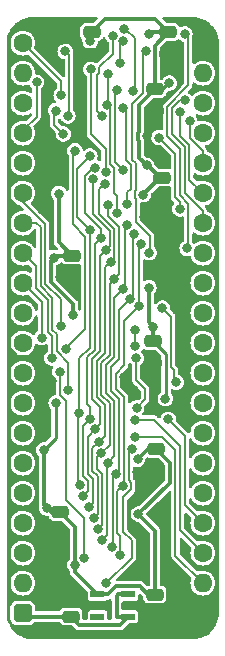
<source format=gbr>
%TF.GenerationSoftware,KiCad,Pcbnew,7.0.5*%
%TF.CreationDate,2024-01-10T12:43:25+02:00*%
%TF.ProjectId,HCP65 Device Interrupts,48435036-3520-4446-9576-69636520496e,rev?*%
%TF.SameCoordinates,Original*%
%TF.FileFunction,Copper,L2,Bot*%
%TF.FilePolarity,Positive*%
%FSLAX46Y46*%
G04 Gerber Fmt 4.6, Leading zero omitted, Abs format (unit mm)*
G04 Created by KiCad (PCBNEW 7.0.5) date 2024-01-10 12:43:25*
%MOMM*%
%LPD*%
G01*
G04 APERTURE LIST*
G04 Aperture macros list*
%AMRoundRect*
0 Rectangle with rounded corners*
0 $1 Rounding radius*
0 $2 $3 $4 $5 $6 $7 $8 $9 X,Y pos of 4 corners*
0 Add a 4 corners polygon primitive as box body*
4,1,4,$2,$3,$4,$5,$6,$7,$8,$9,$2,$3,0*
0 Add four circle primitives for the rounded corners*
1,1,$1+$1,$2,$3*
1,1,$1+$1,$4,$5*
1,1,$1+$1,$6,$7*
1,1,$1+$1,$8,$9*
0 Add four rect primitives between the rounded corners*
20,1,$1+$1,$2,$3,$4,$5,0*
20,1,$1+$1,$4,$5,$6,$7,0*
20,1,$1+$1,$6,$7,$8,$9,0*
20,1,$1+$1,$8,$9,$2,$3,0*%
G04 Aperture macros list end*
%TA.AperFunction,ComponentPad*%
%ADD10C,1.600000*%
%TD*%
%TA.AperFunction,ComponentPad*%
%ADD11O,1.600000X1.600000*%
%TD*%
%TA.AperFunction,ComponentPad*%
%ADD12RoundRect,0.400000X-0.400000X-0.400000X0.400000X-0.400000X0.400000X0.400000X-0.400000X0.400000X0*%
%TD*%
%TA.AperFunction,ComponentPad*%
%ADD13R,1.600000X1.600000*%
%TD*%
%TA.AperFunction,SMDPad,CuDef*%
%ADD14RoundRect,0.250000X-0.475000X0.250000X-0.475000X-0.250000X0.475000X-0.250000X0.475000X0.250000X0*%
%TD*%
%TA.AperFunction,SMDPad,CuDef*%
%ADD15R,1.150000X0.600000*%
%TD*%
%TA.AperFunction,SMDPad,CuDef*%
%ADD16RoundRect,0.250000X0.475000X-0.250000X0.475000X0.250000X-0.475000X0.250000X-0.475000X-0.250000X0*%
%TD*%
%TA.AperFunction,ViaPad*%
%ADD17C,0.800000*%
%TD*%
%TA.AperFunction,Conductor*%
%ADD18C,0.350000*%
%TD*%
%TA.AperFunction,Conductor*%
%ADD19C,0.380000*%
%TD*%
%TA.AperFunction,Conductor*%
%ADD20C,0.280000*%
%TD*%
%TA.AperFunction,Conductor*%
%ADD21C,0.200000*%
%TD*%
G04 APERTURE END LIST*
D10*
%TO.P,J2,1,Pin_1*%
%TO.N,/~{Interrupt}_{Device}4*%
X86360000Y-71120000D03*
D11*
%TO.P,J2,2,Pin_2*%
%TO.N,/~{Interrupt}_{Device}3*%
X86360000Y-73660000D03*
D10*
%TO.P,J2,3,Pin_3*%
%TO.N,/~{Interrupt}_{Device}2*%
X86360000Y-76200000D03*
%TO.P,J2,4,Pin_4*%
%TO.N,/~{Interrupt}_{Device}1*%
X86360000Y-78740000D03*
%TO.P,J2,5,Pin_5*%
%TO.N,unconnected-(J2-Pin_5-Pad5)*%
X86360000Y-81280000D03*
%TO.P,J2,6,Pin_6*%
%TO.N,/~{Device Interrupt}_{ 1..7}*%
X86360000Y-83820000D03*
%TO.P,J2,7,Pin_7*%
%TO.N,/~{Device Interrupt}_{ 16..19}*%
X86360000Y-86360000D03*
%TO.P,J2,8,Pin_8*%
%TO.N,/~{Device Enable}_{ 1..7}*%
X86360000Y-88900000D03*
%TO.P,J2,9,Pin_9*%
%TO.N,/~{RD}*%
X86360000Y-91440000D03*
%TO.P,J2,10,Pin_10*%
%TO.N,/~{Device Enable}_{ 16..19}*%
X86360000Y-93980000D03*
%TO.P,J2,11,Pin_11*%
%TO.N,/D0*%
X86360000Y-96520000D03*
%TO.P,J2,12,Pin_12*%
%TO.N,/D1*%
X86360000Y-99060000D03*
%TO.P,J2,13,Pin_13*%
%TO.N,/D2*%
X86360000Y-101600000D03*
%TO.P,J2,14,Pin_14*%
%TO.N,/D3*%
X86360000Y-104140000D03*
%TO.P,J2,15,Pin_15*%
%TO.N,/D4*%
X86360000Y-106680000D03*
%TO.P,J2,16,Pin_16*%
%TO.N,/D5*%
X86360000Y-109220000D03*
%TO.P,J2,17,Pin_17*%
%TO.N,/D6*%
X86360000Y-111760000D03*
%TO.P,J2,18,Pin_18*%
%TO.N,/D7*%
X86360000Y-114300000D03*
D11*
%TO.P,J2,19,Pin_19*%
%TO.N,/~{Enable}_{Device}19*%
X86360000Y-116840000D03*
D12*
%TO.P,J2,20,Pin_20*%
%TO.N,/5V*%
X86360000Y-119380000D03*
D11*
%TO.P,J2,21,Pin_21*%
%TO.N,/GND*%
X101600000Y-119380000D03*
%TO.P,J2,22,Pin_22*%
%TO.N,/~{Enable}_{Device}18*%
X101600000Y-116840000D03*
D10*
%TO.P,J2,23,Pin_23*%
%TO.N,/~{Enable}_{Device}17*%
X101600000Y-114300000D03*
%TO.P,J2,24,Pin_24*%
%TO.N,/~{Enable}_{Device}16*%
X101600000Y-111760000D03*
%TO.P,J2,25,Pin_25*%
%TO.N,/~{Enable}_{Device}7*%
X101600000Y-109220000D03*
%TO.P,J2,26,Pin_26*%
%TO.N,/~{Enable}_{Device}6*%
X101600000Y-106680000D03*
%TO.P,J2,27,Pin_27*%
%TO.N,/~{Enable}_{Device}5*%
X101600000Y-104140000D03*
%TO.P,J2,28,Pin_28*%
%TO.N,/~{Enable}_{Device}4*%
X101600000Y-101600000D03*
%TO.P,J2,29,Pin_29*%
%TO.N,/~{Enable}_{Device}3*%
X101600000Y-99060000D03*
%TO.P,J2,30,Pin_30*%
%TO.N,/~{Enable}_{Device}2*%
X101600000Y-96520000D03*
%TO.P,J2,31,Pin_31*%
%TO.N,/~{Enable}_{Device}1*%
X101600000Y-93980000D03*
%TO.P,J2,32,Pin_32*%
%TO.N,/~{Interrupt}_{Device}19*%
X101600000Y-91440000D03*
%TO.P,J2,33,Pin_33*%
%TO.N,/~{Interrupt}_{Device}18*%
X101600000Y-88900000D03*
%TO.P,J2,34,Pin_34*%
%TO.N,/~{Interrupt}_{Device}17*%
X101600000Y-86360000D03*
%TO.P,J2,35,Pin_35*%
%TO.N,/~{Interrupt}_{Device}16*%
X101600000Y-83820000D03*
%TO.P,J2,36,Pin_36*%
%TO.N,/~{Interrupt}_{Device}7*%
X101600000Y-81280000D03*
%TO.P,J2,37,Pin_37*%
%TO.N,/~{Interrupt}_{Device}6*%
X101600000Y-78740000D03*
%TO.P,J2,38,Pin_38*%
%TO.N,/~{Interrupt}_{Device}5*%
X101600000Y-76200000D03*
D11*
%TO.P,J2,39,Pin_39*%
%TO.N,/~{INT}*%
X101600000Y-73660000D03*
D13*
%TO.P,J2,40,Pin_40*%
%TO.N,/GND*%
X101600000Y-71120000D03*
%TD*%
D14*
%TO.P,C4,1*%
%TO.N,/3.3V*%
X98679000Y-70186000D03*
%TO.P,C4,2*%
%TO.N,/GND*%
X98679000Y-72086000D03*
%TD*%
%TO.P,C10,1*%
%TO.N,/3.3V*%
X97536000Y-117811000D03*
%TO.P,C10,2*%
%TO.N,/GND*%
X97536000Y-119711000D03*
%TD*%
D15*
%TO.P,IC11,1,VIN*%
%TO.N,/5V*%
X95280000Y-117795000D03*
%TO.P,IC11,2,GND*%
%TO.N,/GND*%
X95280000Y-118745000D03*
%TO.P,IC11,3,EN*%
%TO.N,/5V*%
X95280000Y-119695000D03*
%TO.P,IC11,4,ADJ*%
%TO.N,unconnected-(IC11-ADJ-Pad4)*%
X92680000Y-119695000D03*
%TO.P,IC11,5,VOUT*%
%TO.N,/3.3V*%
X92680000Y-117795000D03*
%TD*%
D14*
%TO.P,C12,1*%
%TO.N,/3.3V*%
X92202000Y-70186000D03*
%TO.P,C12,2*%
%TO.N,/GND*%
X92202000Y-72086000D03*
%TD*%
%TO.P,C7,1*%
%TO.N,/3.3V*%
X90551000Y-89109000D03*
%TO.P,C7,2*%
%TO.N,/GND*%
X90551000Y-91009000D03*
%TD*%
%TO.P,C5,1*%
%TO.N,/3.3V*%
X89535000Y-110826000D03*
%TO.P,C5,2*%
%TO.N,/GND*%
X89535000Y-112726000D03*
%TD*%
%TO.P,C6,1*%
%TO.N,/3.3V*%
X97536000Y-75012000D03*
%TO.P,C6,2*%
%TO.N,/GND*%
X97536000Y-76912000D03*
%TD*%
%TO.P,C11,1*%
%TO.N,/3.3V*%
X97409000Y-96348000D03*
%TO.P,C11,2*%
%TO.N,/GND*%
X97409000Y-98248000D03*
%TD*%
%TO.P,C2,1*%
%TO.N,/3.3V*%
X97663000Y-105492000D03*
%TO.P,C2,2*%
%TO.N,/GND*%
X97663000Y-107392000D03*
%TD*%
D16*
%TO.P,C9,1*%
%TO.N,/5V*%
X90424000Y-119679000D03*
%TO.P,C9,2*%
%TO.N,/GND*%
X90424000Y-117779000D03*
%TD*%
D14*
%TO.P,C3,1*%
%TO.N,/3.3V*%
X98171000Y-82505000D03*
%TO.P,C3,2*%
%TO.N,/GND*%
X98171000Y-84405000D03*
%TD*%
D17*
%TO.N,/3.3V*%
X96139000Y-110998000D03*
X89173537Y-101580463D03*
X97028000Y-70357996D03*
X92058204Y-70986500D03*
X89027000Y-89281000D03*
X97028012Y-91821000D03*
X98758772Y-74495278D03*
X96842793Y-81470874D03*
X96571193Y-83964000D03*
X96072732Y-106367046D03*
X88382340Y-110499660D03*
X90777000Y-115303000D03*
X89408000Y-83864000D03*
X88118669Y-105573830D03*
X97409000Y-95123000D03*
X90622211Y-94183255D03*
X98425002Y-101219000D03*
%TO.N,/GND*%
X97429382Y-100723512D03*
X89408004Y-116331996D03*
X97536010Y-120650000D03*
X87884000Y-78232006D03*
X95764194Y-100518741D03*
X99568000Y-71501000D03*
X96647004Y-116332000D03*
X89662000Y-70866000D03*
X96139000Y-112454000D03*
X94913751Y-99389283D03*
X88827012Y-99751045D03*
X89510020Y-90932000D03*
X88011000Y-85216998D03*
X87883998Y-82296000D03*
X96042149Y-107435233D03*
X89027000Y-118364000D03*
X96886219Y-79030217D03*
X87249000Y-108077000D03*
X99695000Y-91059000D03*
X96605818Y-85852000D03*
X102361996Y-87629996D03*
X88225622Y-112282839D03*
X87748998Y-102869996D03*
X87039658Y-87676615D03*
%TO.N,/D0*%
X92058808Y-86925075D03*
X92038178Y-80695446D03*
X91199844Y-108499730D03*
X91150521Y-102479410D03*
%TO.N,/D1*%
X91472549Y-109461830D03*
X92042533Y-102931429D03*
X92456000Y-81661000D03*
X92964000Y-87664000D03*
%TO.N,/D2*%
X93360642Y-88674976D03*
X91958644Y-110428367D03*
X92291160Y-82664000D03*
X92484672Y-103828378D03*
%TO.N,/D3*%
X92796261Y-104861261D03*
X93800349Y-89624000D03*
X93282513Y-83053031D03*
X92365506Y-111341860D03*
%TO.N,/D4*%
X92750971Y-112264585D03*
X92991044Y-105842110D03*
X94107000Y-91104012D03*
X93599000Y-84836000D03*
%TO.N,/D5*%
X95199246Y-86487357D03*
X93548971Y-106672004D03*
X93046531Y-113219912D03*
X94841722Y-91963816D03*
%TO.N,/D6*%
X93877613Y-113776066D03*
X95434687Y-92769047D03*
X94240993Y-107569000D03*
X95811968Y-87278601D03*
%TO.N,/D7*%
X96398724Y-88091244D03*
X94837105Y-108625762D03*
X94602067Y-114476066D03*
X96209824Y-93400844D03*
%TO.N,/~{Interrupt}_{Device}7*%
X100491063Y-77753973D03*
%TO.N,/~{Interrupt}_{Device}6*%
X89154000Y-76835000D03*
X89797438Y-78828476D03*
X99666619Y-85163671D03*
X97881874Y-79123362D03*
%TO.N,/~{Interrupt}_{Device}5*%
X93599000Y-73722000D03*
X93469000Y-76338836D03*
X94361000Y-85550311D03*
%TO.N,/~{Interrupt}_{Device}4*%
X95205818Y-84709000D03*
X89596980Y-75550000D03*
X94869000Y-76581000D03*
%TO.N,/~{Interrupt}_{Device}3*%
X92122814Y-73341011D03*
X93405818Y-82060659D03*
%TO.N,/~{Interrupt}_{Device}2*%
X94361000Y-75132766D03*
X94805818Y-81851814D03*
%TO.N,/~{Interrupt}_{Device}1*%
X87524456Y-74436304D03*
%TO.N,/~{RD}*%
X87968142Y-96054671D03*
%TO.N,/~{Read Device Interrupt}_{ 16..19}*%
X99357000Y-99846170D03*
X98182436Y-93549780D03*
%TO.N,/~{Device Interrupt}_{ 16..19}*%
X90189830Y-100479000D03*
%TO.N,/~{Interrupt}_{Device}19*%
X97055776Y-88865449D03*
X96761000Y-71798520D03*
%TO.N,/~{Interrupt}_{Device}18*%
X100076000Y-70358000D03*
X100269009Y-88497000D03*
%TO.N,/~{Interrupt}_{Device}17*%
X100100397Y-75965183D03*
%TO.N,/~{Interrupt}_{Device}16*%
X99695000Y-76962006D03*
%TO.N,/~{Read Device Enable}_{ 16..19}*%
X95996602Y-101998741D03*
X95956667Y-97805369D03*
%TO.N,/~{Device Enable}_{ 16..19}*%
X95870082Y-96809122D03*
X95884988Y-95390000D03*
%TO.N,/~{Enable}_{Device}19*%
X95628525Y-105470424D03*
X93418332Y-116853000D03*
%TO.N,/~{Enable}_{Device}18*%
X95823605Y-104489634D03*
%TO.N,/~{Enable}_{Device}17*%
X95885000Y-102992497D03*
%TO.N,/~{Enable}_{Device}16*%
X98656942Y-102941031D03*
%TO.N,/~{Read Device Interrupt}_{ 1..7}*%
X90774000Y-80233000D03*
X90001347Y-97002309D03*
%TO.N,/~{Device Interrupt}_{ 1..7}*%
X89564209Y-95105154D03*
%TO.N,/~{Read Device Enable}_{ 1..7}*%
X91567004Y-114681000D03*
X89489830Y-98947057D03*
%TO.N,/~{Device Enable}_{ 1..7}*%
X88809138Y-97790000D03*
%TO.N,Net-(IC2-2Y)*%
X89950181Y-71823578D03*
X90180951Y-77281000D03*
%TO.N,Net-(IC2-3Y)*%
X93069468Y-77337209D03*
X93980000Y-70485000D03*
%TO.N,Net-(IC2-1Y)*%
X95666398Y-75219900D03*
X94904026Y-69888832D03*
%TO.N,/~{INT}*%
X94584999Y-72802834D03*
X94874430Y-70932215D03*
%TD*%
D18*
%TO.N,/3.3V*%
X97536000Y-117811000D02*
X97536000Y-112395000D01*
X97970699Y-82505000D02*
X96571193Y-83904506D01*
X97536000Y-71329000D02*
X98679000Y-70186000D01*
D19*
X96951000Y-117811000D02*
X96245000Y-117105000D01*
D18*
X97581000Y-69088000D02*
X93300000Y-69088000D01*
X97536000Y-75012000D02*
X96183725Y-76364275D01*
X89199000Y-89109000D02*
X89027000Y-89281000D01*
D19*
X89535000Y-110826000D02*
X90777000Y-112068000D01*
D18*
X88735000Y-89573000D02*
X88735000Y-91319193D01*
D20*
X88118669Y-105573830D02*
X89173537Y-104518962D01*
D18*
X97199996Y-70186000D02*
X97028000Y-70357996D01*
X97663000Y-105492000D02*
X98806000Y-106635000D01*
X96947778Y-105492000D02*
X96072732Y-106367046D01*
X97028012Y-94742012D02*
X97028012Y-91821000D01*
X97536000Y-74844000D02*
X97536000Y-71329000D01*
X96571193Y-83904506D02*
X96571193Y-83964000D01*
D19*
X96245000Y-117105000D02*
X94283561Y-117105000D01*
X93593561Y-117795000D02*
X92680000Y-117795000D01*
D18*
X97958000Y-82505000D02*
X96923874Y-81470874D01*
X96183725Y-76364275D02*
X96183725Y-78636695D01*
X97663000Y-105492000D02*
X96947778Y-105492000D01*
X97536000Y-75012000D02*
X98242050Y-75012000D01*
D20*
X88708680Y-110826000D02*
X88382340Y-110499660D01*
D19*
X90777000Y-112068000D02*
X90777000Y-115303000D01*
D18*
X97409000Y-95123000D02*
X97409000Y-96348000D01*
D20*
X89173537Y-104518962D02*
X89173537Y-101580463D01*
D18*
X97409000Y-95123000D02*
X97028012Y-94742012D01*
X98806000Y-106635000D02*
X98806000Y-108331000D01*
X96923874Y-81470874D02*
X96842793Y-81470874D01*
D20*
X89535000Y-110826000D02*
X88708680Y-110826000D01*
D18*
X96183725Y-78636695D02*
X96111219Y-78709201D01*
X90551000Y-89109000D02*
X89408000Y-87966000D01*
X88118669Y-105573830D02*
X88118669Y-110235989D01*
D19*
X97536000Y-117811000D02*
X96951000Y-117811000D01*
D18*
X90622211Y-93206404D02*
X90622211Y-94183255D01*
X96111219Y-79351233D02*
X96183725Y-79423739D01*
D19*
X92680000Y-117795000D02*
X90777000Y-115892000D01*
D18*
X89027000Y-89281000D02*
X88735000Y-89573000D01*
X98679000Y-70186000D02*
X97581000Y-69088000D01*
D19*
X90777000Y-115892000D02*
X90777000Y-115303000D01*
D20*
X98474000Y-101170002D02*
X98425002Y-101219000D01*
D18*
X98679000Y-70186000D02*
X97199996Y-70186000D01*
X93300000Y-69088000D02*
X92202000Y-70186000D01*
X96111219Y-78709201D02*
X96111219Y-79351233D01*
X90551000Y-89109000D02*
X89199000Y-89109000D01*
X96183725Y-80811806D02*
X96842793Y-81470874D01*
X92058204Y-70986500D02*
X92058204Y-70329796D01*
D20*
X98474000Y-97413000D02*
X98474000Y-101170002D01*
D18*
X89408000Y-87966000D02*
X89408000Y-83864000D01*
X96183725Y-79423739D02*
X96183725Y-80811806D01*
D20*
X97409000Y-96348000D02*
X98474000Y-97413000D01*
D18*
X98806000Y-108331000D02*
X96139000Y-110998000D01*
D19*
X94283561Y-117105000D02*
X93593561Y-117795000D01*
D18*
X98242050Y-75012000D02*
X98758772Y-74495278D01*
X97536000Y-112395000D02*
X96139000Y-110998000D01*
X88118669Y-110235989D02*
X88382340Y-110499660D01*
X88735000Y-91319193D02*
X90622211Y-93206404D01*
%TO.N,/GND*%
X97877885Y-84494115D02*
X96605818Y-85766182D01*
X85873299Y-97695000D02*
X85846650Y-97668350D01*
X90168016Y-70866000D02*
X89662000Y-70866000D01*
X102775000Y-93599000D02*
X102775000Y-93493299D01*
X96886219Y-77561781D02*
X96886219Y-79030217D01*
D19*
X89612000Y-117779000D02*
X89027000Y-118364000D01*
D18*
X102140000Y-102870000D02*
X102775000Y-103505000D01*
X90551000Y-91009000D02*
X89587020Y-91009000D01*
X99695000Y-91196701D02*
X99695000Y-91059000D01*
X87852000Y-80105000D02*
X87884000Y-80137000D01*
X92202000Y-72086000D02*
X91388016Y-72086000D01*
X102775000Y-92116701D02*
X102775000Y-88043000D01*
X95344000Y-111299016D02*
X96139000Y-112094016D01*
X87748998Y-100829059D02*
X87748998Y-102869996D01*
X101208299Y-102870000D02*
X100504330Y-102166031D01*
X102140000Y-102870000D02*
X101208299Y-102870000D01*
X101303299Y-92805000D02*
X99695000Y-91196701D01*
X97409000Y-98248000D02*
X97409000Y-100703130D01*
X85873305Y-118110006D02*
X88773006Y-118110006D01*
D19*
X97867000Y-119380000D02*
X101600000Y-119380000D01*
D18*
X96605818Y-85766182D02*
X96605818Y-85852000D01*
X97429382Y-101493382D02*
X97429382Y-100723512D01*
X95764194Y-100518741D02*
X95764194Y-100239726D01*
X87884000Y-80137000D02*
X87884000Y-82295998D01*
X85157000Y-88325000D02*
X85598000Y-87884000D01*
D20*
X87249000Y-108077000D02*
X87500000Y-107826000D01*
D18*
X102775000Y-118205000D02*
X102775000Y-103505000D01*
X101473000Y-92805000D02*
X101303299Y-92805000D01*
X87884000Y-78232006D02*
X87884000Y-80137000D01*
D20*
X88225622Y-112282839D02*
X87500000Y-111557217D01*
D18*
X102775000Y-102108000D02*
X102775000Y-93599000D01*
D20*
X87500000Y-107826000D02*
X87500000Y-106042000D01*
D19*
X88668783Y-112726000D02*
X88225622Y-112282839D01*
D18*
X85185000Y-79416701D02*
X85185000Y-70826552D01*
D19*
X89027000Y-116713000D02*
X89027000Y-118364000D01*
D18*
X95764194Y-100239726D02*
X94913751Y-99389283D01*
D19*
X89535000Y-112726000D02*
X88668783Y-112726000D01*
D18*
X96139000Y-112454000D02*
X96139000Y-115823996D01*
X89587020Y-91009000D02*
X89510020Y-90932000D01*
X85805385Y-87676615D02*
X85185000Y-87056230D01*
X85252727Y-70514539D02*
X85917266Y-69850000D01*
D20*
X87500000Y-111557217D02*
X87500000Y-108328000D01*
D18*
X102086701Y-92805000D02*
X101473000Y-92805000D01*
X102086701Y-92805000D02*
X102775000Y-92116701D01*
X95344000Y-110396000D02*
X95344000Y-111299016D01*
X85846650Y-97668350D02*
X85157000Y-96978701D01*
X97536000Y-76835000D02*
X99568000Y-74803000D01*
X85185000Y-80793299D02*
X85873299Y-80105000D01*
X85193911Y-70753160D02*
X85252727Y-70514539D01*
X97536000Y-76912000D02*
X96886219Y-77561781D01*
D19*
X97536000Y-119711000D02*
X97536000Y-120649990D01*
D18*
X85917266Y-69850000D02*
X88646000Y-69850000D01*
X88773006Y-118110006D02*
X89027000Y-118364000D01*
X91388016Y-72086000D02*
X90168016Y-70866000D01*
X86770967Y-97695000D02*
X85873299Y-97695000D01*
X88827012Y-99751045D02*
X87748998Y-100829059D01*
X96139000Y-112094016D02*
X96139000Y-112454000D01*
X87884000Y-82295998D02*
X87883998Y-82296000D01*
D19*
X89408004Y-112852996D02*
X89408004Y-116331996D01*
D18*
X102775000Y-87216992D02*
X102361996Y-87629996D01*
X98102031Y-102166031D02*
X97429382Y-101493382D01*
X99568000Y-74803000D02*
X99568000Y-72975000D01*
X88827012Y-99751045D02*
X86770967Y-97695000D01*
X100504330Y-102166031D02*
X98102031Y-102166031D01*
X96085382Y-107392000D02*
X96042149Y-107435233D01*
D19*
X97536000Y-119711000D02*
X97867000Y-119380000D01*
D18*
X85185000Y-87056230D02*
X85185000Y-80793299D01*
D20*
X87500000Y-108328000D02*
X87249000Y-108077000D01*
D18*
X85598000Y-87884000D02*
X85805385Y-87676615D01*
X96139000Y-115823996D02*
X96647004Y-116332000D01*
X87883998Y-85089996D02*
X88011000Y-85216998D01*
D20*
X87249000Y-104863204D02*
X87748998Y-104363206D01*
D18*
X87883998Y-82296000D02*
X87883998Y-85089996D01*
X85873299Y-80105000D02*
X87852000Y-80105000D01*
X97663000Y-107392000D02*
X96085382Y-107392000D01*
D19*
X89408004Y-116331996D02*
X89027000Y-116713000D01*
D18*
X99110000Y-71959000D02*
X99568000Y-71501000D01*
D19*
X97536000Y-120649990D02*
X97536010Y-120650000D01*
D18*
X85185000Y-117421701D02*
X85873305Y-118110006D01*
X85185000Y-98330000D02*
X85185000Y-117421701D01*
X85846650Y-97668350D02*
X85185000Y-98330000D01*
X102775000Y-88043000D02*
X102361996Y-87629996D01*
D20*
X87249000Y-105791000D02*
X87249000Y-104863204D01*
D18*
X102775000Y-72295000D02*
X102775000Y-87216992D01*
X101600000Y-119380000D02*
X102775000Y-118205000D01*
X99568000Y-72975000D02*
X98679000Y-72086000D01*
X102775000Y-93493299D02*
X102086701Y-92805000D01*
X96042149Y-107435233D02*
X96042149Y-109697851D01*
X85873299Y-80105000D02*
X85185000Y-79416701D01*
X102140000Y-102870000D02*
X102775000Y-102235000D01*
D19*
X90424000Y-117779000D02*
X89612000Y-117779000D01*
D18*
X85185000Y-70826552D02*
X85193911Y-70753160D01*
D20*
X87748998Y-104363206D02*
X87748998Y-102869996D01*
D18*
X85805385Y-87676615D02*
X87039658Y-87676615D01*
X97409000Y-100703130D02*
X97429382Y-100723512D01*
D20*
X87500000Y-106042000D02*
X87249000Y-105791000D01*
D18*
X96042149Y-109697851D02*
X95344000Y-110396000D01*
X102775000Y-102235000D02*
X102775000Y-102108000D01*
X101600000Y-71120000D02*
X102775000Y-72295000D01*
X88646000Y-69850000D02*
X89662000Y-70866000D01*
X85157000Y-96978701D02*
X85157000Y-88325000D01*
D19*
%TO.N,/5V*%
X94315000Y-119685000D02*
X94315000Y-117893805D01*
X94325000Y-119695000D02*
X94315000Y-119685000D01*
X94590000Y-120385000D02*
X95280000Y-119695000D01*
X95280000Y-119695000D02*
X94325000Y-119695000D01*
X90424000Y-119679000D02*
X91130000Y-120385000D01*
X90424000Y-119679000D02*
X86659000Y-119679000D01*
X94413805Y-117795000D02*
X95280000Y-117795000D01*
X91130000Y-120385000D02*
X94590000Y-120385000D01*
X94315000Y-117893805D02*
X94413805Y-117795000D01*
D21*
%TO.N,/D0*%
X92056000Y-96920000D02*
X91150521Y-97825479D01*
X91045003Y-102584928D02*
X91045003Y-108344889D01*
X91150521Y-97825479D02*
X91150521Y-102479410D01*
X92056000Y-86927883D02*
X92056000Y-96920000D01*
X92038178Y-80695446D02*
X90984143Y-81749481D01*
X91045003Y-108344889D02*
X91199844Y-108499730D01*
X90984143Y-81749481D02*
X90984143Y-85850410D01*
X91150521Y-102479410D02*
X91045003Y-102584928D01*
X92058808Y-86925075D02*
X92056000Y-86927883D01*
X90984143Y-85850410D02*
X92058808Y-86925075D01*
%TO.N,/D1*%
X92042533Y-101948533D02*
X92042533Y-102931429D01*
X92964000Y-86840317D02*
X91591160Y-85467477D01*
X92964000Y-87664000D02*
X92964000Y-86840317D01*
X91899844Y-109034535D02*
X91472549Y-109461830D01*
X91899844Y-108209780D02*
X91899844Y-109034535D01*
X92304210Y-81661000D02*
X92456000Y-81661000D01*
X91813766Y-101719766D02*
X92042533Y-101948533D01*
X91445003Y-103528959D02*
X91445003Y-107754939D01*
X91591160Y-85467477D02*
X91591160Y-82374050D01*
X91813766Y-97727920D02*
X91813766Y-101719766D01*
X92456000Y-88172000D02*
X92456000Y-97085686D01*
X92042533Y-102931429D02*
X91445003Y-103528959D01*
X91591160Y-82374050D02*
X92304210Y-81661000D01*
X92964000Y-87664000D02*
X92456000Y-88172000D01*
X92456000Y-97085686D02*
X91813766Y-97727920D01*
X91445003Y-107754939D02*
X91899844Y-108209780D01*
%TO.N,/D2*%
X92213763Y-97893609D02*
X92213763Y-101230769D01*
X92902999Y-89132619D02*
X92902999Y-97204373D01*
X92291160Y-85601792D02*
X92291160Y-82664000D01*
X92213763Y-101230769D02*
X92902999Y-101920005D01*
X92902999Y-101920005D02*
X92902999Y-103410051D01*
X92299844Y-108044095D02*
X92299844Y-110087167D01*
X93698794Y-87009426D02*
X92291160Y-85601792D01*
X93360642Y-88674976D02*
X92902999Y-89132619D01*
X92902999Y-97204373D02*
X92213763Y-97893609D01*
X92902999Y-103410051D02*
X92484672Y-103828378D01*
X92299844Y-110087167D02*
X91958644Y-110428367D01*
X92484672Y-103828378D02*
X91845003Y-104468047D01*
X93698794Y-88336824D02*
X93698794Y-87009426D01*
X91845003Y-104468047D02*
X91845003Y-107589254D01*
X93360642Y-88674976D02*
X93698794Y-88336824D01*
X91845003Y-107589254D02*
X92299844Y-108044095D01*
%TO.N,/D3*%
X93303008Y-90121341D02*
X93303008Y-97370050D01*
X92837000Y-85581946D02*
X92837000Y-83498544D01*
X92613760Y-98059298D02*
X92613760Y-101065080D01*
X92699844Y-111007522D02*
X92699844Y-107780644D01*
X94098794Y-89325555D02*
X94098794Y-86843740D01*
X93302999Y-104354523D02*
X92796261Y-104861261D01*
X94098794Y-86843740D02*
X92837000Y-85581946D01*
X92837000Y-83498544D02*
X93282513Y-83053031D01*
X93303008Y-97370050D02*
X92613760Y-98059298D01*
X92245003Y-105412519D02*
X92796261Y-104861261D01*
X93302999Y-101754319D02*
X93302999Y-104354523D01*
X92699844Y-107780644D02*
X92245003Y-107325803D01*
X92613760Y-101065080D02*
X93302999Y-101754319D01*
X92245003Y-107325803D02*
X92245003Y-105412519D01*
X93800349Y-89624000D02*
X93303008Y-90121341D01*
X93800349Y-89624000D02*
X94098794Y-89325555D01*
X92365506Y-111341860D02*
X92699844Y-111007522D01*
%TO.N,/D4*%
X92645003Y-106188151D02*
X92991044Y-105842110D01*
X93099851Y-107614967D02*
X92645003Y-107160119D01*
X94500351Y-90710661D02*
X94500351Y-86679612D01*
X92645003Y-107160119D02*
X92645003Y-106188151D01*
X94500351Y-86679612D02*
X93599000Y-85778261D01*
X93706652Y-101592286D02*
X93706652Y-105126502D01*
X93706652Y-105126502D02*
X92991044Y-105842110D01*
X94107000Y-91104012D02*
X93706652Y-91504360D01*
X93706652Y-97532092D02*
X93013757Y-98224987D01*
X93099851Y-111915705D02*
X93099851Y-107614967D01*
X93013757Y-100899391D02*
X93706652Y-101592286D01*
X93013757Y-98224987D02*
X93013757Y-100899391D01*
X93599000Y-85778261D02*
X93599000Y-84836000D01*
X93706652Y-91504360D02*
X93706652Y-97532092D01*
X94107000Y-91104012D02*
X94500351Y-90710661D01*
X92750971Y-112264585D02*
X93099851Y-111915705D01*
%TO.N,/D5*%
X93521724Y-106699251D02*
X93548971Y-106672004D01*
X94106652Y-101426600D02*
X94106652Y-106114323D01*
X94841722Y-91963816D02*
X94106652Y-92698886D01*
X94996000Y-86690603D02*
X95199246Y-86487357D01*
X94106652Y-97697778D02*
X93413754Y-98390676D01*
X93046531Y-113219912D02*
X93521724Y-112744719D01*
X93413754Y-98390676D02*
X93413754Y-100733702D01*
X94996000Y-91809538D02*
X94996000Y-86690603D01*
X94841722Y-91963816D02*
X94996000Y-91809538D01*
X93413754Y-100733702D02*
X94106652Y-101426600D01*
X94106652Y-92698886D02*
X94106652Y-97697778D01*
X93521724Y-112744719D02*
X93521724Y-106699251D01*
X94106652Y-106114323D02*
X93548971Y-106672004D01*
%TO.N,/D6*%
X94506652Y-93697082D02*
X94506652Y-97863465D01*
X94506652Y-101260914D02*
X94506652Y-107303341D01*
X93813751Y-98556366D02*
X93813751Y-100568013D01*
X95434687Y-92769047D02*
X95693000Y-92510734D01*
X95434687Y-92769047D02*
X94506652Y-93697082D01*
X95693000Y-87397569D02*
X95811968Y-87278601D01*
X94506652Y-97863465D02*
X93813751Y-98556366D01*
X93963070Y-107846923D02*
X93963070Y-113690609D01*
X95693000Y-92510734D02*
X95693000Y-87397569D01*
X94240993Y-107569000D02*
X93963070Y-107846923D01*
X93813751Y-100568013D02*
X94506652Y-101260914D01*
X94506652Y-107303341D02*
X94240993Y-107569000D01*
X93963070Y-113690609D02*
X93877613Y-113776066D01*
%TO.N,/D7*%
X94213751Y-100402327D02*
X94918825Y-101107401D01*
X94940997Y-108521870D02*
X94837105Y-108625762D01*
X94918825Y-98394259D02*
X94213751Y-99099333D01*
X94213751Y-99099333D02*
X94213751Y-100402327D01*
X94375000Y-109087867D02*
X94375000Y-112593686D01*
X94918825Y-105750674D02*
X94940997Y-105772846D01*
X96209824Y-93400844D02*
X96188029Y-93379049D01*
X96188029Y-88301939D02*
X96398724Y-88091244D01*
X94940997Y-105772846D02*
X94940997Y-108521870D01*
X94918825Y-94691843D02*
X94918825Y-98394259D01*
X94918825Y-101107401D02*
X94918825Y-105750674D01*
X94375000Y-112593686D02*
X94602067Y-112820753D01*
X94837105Y-108625762D02*
X94375000Y-109087867D01*
X96209824Y-93400844D02*
X94918825Y-94691843D01*
X94602067Y-112820753D02*
X94602067Y-114476066D01*
X96188029Y-93379049D02*
X96188029Y-88301939D01*
%TO.N,/~{Interrupt}_{Device}7*%
X101600000Y-81280000D02*
X101600000Y-80295635D01*
X100491063Y-79186698D02*
X100491063Y-77753973D01*
X101600000Y-80295635D02*
X100491063Y-79186698D01*
%TO.N,/~{Interrupt}_{Device}6*%
X99695000Y-85135290D02*
X99695000Y-84602007D01*
X89008000Y-76981000D02*
X89008000Y-78039038D01*
X99666619Y-85163671D02*
X99695000Y-85135290D01*
X99695000Y-84602007D02*
X99257000Y-84164006D01*
X99257000Y-84164006D02*
X99257001Y-80498489D01*
X99257001Y-80498489D02*
X97881874Y-79123362D01*
X89154000Y-76835000D02*
X89008000Y-76981000D01*
X89008000Y-78039038D02*
X89797438Y-78828476D01*
%TO.N,/~{Interrupt}_{Device}5*%
X94105818Y-81717504D02*
X94105818Y-83844868D01*
X93469000Y-76338836D02*
X93599000Y-76208836D01*
X94105818Y-83844868D02*
X94361000Y-84100050D01*
X93469000Y-76338836D02*
X93769000Y-76638836D01*
X94361000Y-84100050D02*
X94361000Y-85550311D01*
X93769000Y-76638836D02*
X93769000Y-81380685D01*
X93599000Y-76208836D02*
X93599000Y-73722000D01*
X93769000Y-81380685D02*
X94105818Y-81717504D01*
%TO.N,/~{Interrupt}_{Device}4*%
X89596980Y-74356980D02*
X89596980Y-75550000D01*
X95505818Y-83436892D02*
X95205818Y-83736892D01*
X95505818Y-81430261D02*
X95505818Y-83436892D01*
X86360000Y-71120000D02*
X89596980Y-74356980D01*
X95137000Y-76849000D02*
X95137000Y-81061442D01*
X95205818Y-83736892D02*
X95205818Y-84709000D01*
X95137000Y-81061442D02*
X95505818Y-81430261D01*
X94869000Y-76581000D02*
X95137000Y-76849000D01*
%TO.N,/~{Interrupt}_{Device}3*%
X93405818Y-82060659D02*
X93369000Y-82023841D01*
X93369000Y-80104189D02*
X92122814Y-78858003D01*
X92122814Y-78858003D02*
X92122814Y-73341011D01*
X93369000Y-82023841D02*
X93369000Y-80104189D01*
%TO.N,/~{Interrupt}_{Device}2*%
X94169000Y-81214996D02*
X94805818Y-81851814D01*
X94361000Y-75132766D02*
X94169000Y-75324766D01*
X94169000Y-75324766D02*
X94169000Y-81214996D01*
%TO.N,/~{Interrupt}_{Device}1*%
X87524456Y-77347594D02*
X86360000Y-78512050D01*
X87524456Y-74436304D02*
X87524456Y-77347594D01*
%TO.N,/~{RD}*%
X86360000Y-91440000D02*
X87968142Y-93048142D01*
X87968142Y-93048142D02*
X87968142Y-96054671D01*
%TO.N,/~{Read Device Interrupt}_{ 16..19}*%
X99119000Y-98765132D02*
X99119000Y-99608170D01*
X99119000Y-99608170D02*
X99357000Y-99846170D01*
X98914000Y-94281344D02*
X98914000Y-98560132D01*
X98182436Y-93549780D02*
X98914000Y-94281344D01*
X98914000Y-98560132D02*
X99119000Y-98765132D01*
%TO.N,/~{Device Interrupt}_{ 16..19}*%
X86360000Y-86360000D02*
X87491370Y-86360000D01*
X87860000Y-91681628D02*
X88864209Y-92685837D01*
X88864209Y-92685837D02*
X88864209Y-95395104D01*
X89216000Y-97206912D02*
X90189830Y-98180742D01*
X87491370Y-86360000D02*
X87860000Y-86728630D01*
X88864209Y-95395104D02*
X89216000Y-95746895D01*
X87860000Y-86728630D02*
X87860000Y-91681628D01*
X90189830Y-98180742D02*
X90189830Y-100479000D01*
X89216000Y-95746895D02*
X89216000Y-97206912D01*
%TO.N,/~{Interrupt}_{Device}19*%
X96511000Y-75365248D02*
X96511000Y-72048520D01*
X96511000Y-72048520D02*
X96761000Y-71798520D01*
X95905818Y-84251727D02*
X95871193Y-84217102D01*
X97142211Y-88779014D02*
X97142211Y-87486047D01*
X95905818Y-81264576D02*
X95636219Y-80994977D01*
X95871193Y-84217102D02*
X95871193Y-83637202D01*
X97142211Y-87486047D02*
X95905818Y-86249654D01*
X97055776Y-88865449D02*
X97142211Y-88779014D01*
X95636219Y-80994977D02*
X95636219Y-76240029D01*
X95905818Y-83602577D02*
X95905818Y-81264576D01*
X95905818Y-86249654D02*
X95905818Y-84251727D01*
X95871193Y-83637202D02*
X95905818Y-83602577D01*
X95636219Y-76240029D02*
X96511000Y-75365248D01*
%TO.N,/~{Interrupt}_{Device}18*%
X100366619Y-84707940D02*
X100366619Y-88399390D01*
X99657000Y-83998321D02*
X100366619Y-84707940D01*
X98561000Y-78953691D02*
X99657000Y-80049692D01*
X100366619Y-74709010D02*
X98561000Y-76514629D01*
X100366619Y-88399390D02*
X100269009Y-88497000D01*
X100076000Y-70358000D02*
X100366619Y-70648619D01*
X98561000Y-76514629D02*
X98561000Y-78953691D01*
X100366619Y-70648619D02*
X100366619Y-74709010D01*
X99657000Y-80049692D02*
X99657000Y-83998321D01*
%TO.N,/~{Interrupt}_{Device}17*%
X99684697Y-75965183D02*
X100100397Y-75965183D01*
X101600000Y-85375635D02*
X100057000Y-83832635D01*
X98995000Y-78822005D02*
X98995000Y-76654880D01*
X98995000Y-76654880D02*
X99684697Y-75965183D01*
X100057000Y-83832635D02*
X100057000Y-79884005D01*
X101600000Y-86360000D02*
X101600000Y-85375635D01*
X100057000Y-79884005D02*
X98995000Y-78822005D01*
%TO.N,/~{Interrupt}_{Device}16*%
X100457000Y-79718319D02*
X99695000Y-78956319D01*
X99695000Y-78956319D02*
X99695000Y-76962006D01*
X100457000Y-82677000D02*
X100457000Y-79718319D01*
X101600000Y-83820000D02*
X100457000Y-82677000D01*
%TO.N,/~{Read Device Enable}_{ 16..19}*%
X96729382Y-101265961D02*
X95996602Y-101998741D01*
X95956667Y-97805369D02*
X95956667Y-99660847D01*
X95956667Y-99660847D02*
X96729382Y-100433562D01*
X96729382Y-100433562D02*
X96729382Y-101265961D01*
%TO.N,/~{Device Enable}_{ 16..19}*%
X95884988Y-95390000D02*
X95884988Y-96794216D01*
X95884988Y-96794216D02*
X95870082Y-96809122D01*
%TO.N,/~{Enable}_{Device}19*%
X94869000Y-109583817D02*
X94869000Y-112522000D01*
X95569000Y-113222000D02*
X95569000Y-114702332D01*
X95569000Y-114702332D02*
X93418332Y-116853000D01*
X95537105Y-108915712D02*
X94869000Y-109583817D01*
X95628525Y-105470424D02*
X95341647Y-105757302D01*
X94869000Y-112522000D02*
X95569000Y-113222000D01*
X95341647Y-105757302D02*
X95341647Y-108140354D01*
X95341647Y-108140354D02*
X95537105Y-108335812D01*
X95537105Y-108335812D02*
X95537105Y-108915712D01*
%TO.N,/~{Enable}_{Device}18*%
X98163451Y-104489634D02*
X95823605Y-104489634D01*
X99281000Y-105607183D02*
X98163451Y-104489634D01*
X101600000Y-116840000D02*
X99281000Y-114521000D01*
X99281000Y-114521000D02*
X99281000Y-105607183D01*
%TO.N,/~{Enable}_{Device}17*%
X99681000Y-105211315D02*
X97462182Y-102992497D01*
X101600000Y-114300000D02*
X99681000Y-112381000D01*
X99681000Y-112381000D02*
X99681000Y-105211315D01*
X97462182Y-102992497D02*
X95885000Y-102992497D01*
%TO.N,/~{Enable}_{Device}16*%
X100081000Y-110241000D02*
X100081000Y-104365089D01*
X101600000Y-111760000D02*
X100081000Y-110241000D01*
X100081000Y-104365089D02*
X98656942Y-102941031D01*
%TO.N,/~{Read Device Interrupt}_{ 1..7}*%
X91656000Y-87512217D02*
X90584143Y-86440360D01*
X90001347Y-96942653D02*
X91656000Y-95288000D01*
X90001347Y-97002309D02*
X90001347Y-96942653D01*
X91656000Y-95288000D02*
X91656000Y-87512217D01*
X90584143Y-80422857D02*
X90774000Y-80233000D01*
X90584143Y-86440360D02*
X90584143Y-80422857D01*
%TO.N,/~{Device Interrupt}_{ 1..7}*%
X89564209Y-92820152D02*
X89564209Y-95105154D01*
X86360000Y-84555950D02*
X88260000Y-86455950D01*
X88260000Y-91515943D02*
X89564209Y-92820152D01*
X86360000Y-83820000D02*
X86360000Y-84555950D01*
X88260000Y-86455950D02*
X88260000Y-91515943D01*
%TO.N,/~{Read Device Enable}_{ 1..7}*%
X89489830Y-100906806D02*
X89489830Y-100077802D01*
X91567004Y-114681000D02*
X91567004Y-111355187D01*
X89527000Y-100040632D02*
X89527000Y-98984227D01*
X89527000Y-98984227D02*
X89489830Y-98947057D01*
X90043000Y-101459976D02*
X89489830Y-100906806D01*
X89489830Y-100077802D02*
X89527000Y-100040632D01*
X90043000Y-109831183D02*
X90043000Y-101459976D01*
X91567004Y-111355187D02*
X90043000Y-109831183D01*
%TO.N,/~{Device Enable}_{ 1..7}*%
X88809138Y-95905719D02*
X88809138Y-97790000D01*
X86360000Y-88900000D02*
X87460000Y-90000000D01*
X88464209Y-95560790D02*
X88809138Y-95905719D01*
X88464209Y-92851523D02*
X88464209Y-95560790D01*
X87460000Y-90000000D02*
X87460000Y-91847314D01*
X87460000Y-91847314D02*
X88464209Y-92851523D01*
%TO.N,Net-(IC2-2Y)*%
X89950181Y-71823578D02*
X90297000Y-72170397D01*
X90297000Y-77164951D02*
X90180951Y-77281000D01*
X90297000Y-72170397D02*
X90297000Y-77164951D01*
%TO.N,Net-(IC2-3Y)*%
X93980000Y-72009000D02*
X92829000Y-73160000D01*
X92829000Y-73160000D02*
X92829000Y-73624631D01*
X92829000Y-73624631D02*
X92626271Y-73827360D01*
X93980000Y-70485000D02*
X93980000Y-72009000D01*
X92626271Y-76894012D02*
X93069468Y-77337209D01*
X92626271Y-73827360D02*
X92626271Y-76894012D01*
%TO.N,Net-(IC2-1Y)*%
X95821892Y-70701942D02*
X95008782Y-69888832D01*
X95821892Y-75064406D02*
X95821892Y-70701942D01*
X95008782Y-69888832D02*
X94904026Y-69888832D01*
X95666398Y-75219900D02*
X95821892Y-75064406D01*
%TO.N,/~{INT}*%
X94874430Y-70932215D02*
X94584999Y-71221646D01*
X94584999Y-71221646D02*
X94584999Y-72802834D01*
%TD*%
%TA.AperFunction,Conductor*%
%TO.N,/GND*%
G36*
X92647161Y-68926452D02*
G01*
X92692916Y-68979256D01*
X92702860Y-69048414D01*
X92673835Y-69111970D01*
X92667803Y-69118448D01*
X92387069Y-69399181D01*
X92325746Y-69432666D01*
X92299388Y-69435500D01*
X91679129Y-69435500D01*
X91679123Y-69435501D01*
X91619516Y-69441908D01*
X91484671Y-69492202D01*
X91484664Y-69492206D01*
X91369455Y-69578452D01*
X91369452Y-69578455D01*
X91283206Y-69693664D01*
X91283202Y-69693671D01*
X91232910Y-69828513D01*
X91232909Y-69828517D01*
X91226500Y-69888127D01*
X91226500Y-69888134D01*
X91226500Y-69888135D01*
X91226500Y-70483870D01*
X91226501Y-70483876D01*
X91232908Y-70543483D01*
X91283202Y-70678328D01*
X91283203Y-70678329D01*
X91283204Y-70678331D01*
X91369454Y-70793546D01*
X91369457Y-70793548D01*
X91375722Y-70799813D01*
X91373493Y-70802041D01*
X91406048Y-70845523D01*
X91412965Y-70903809D01*
X91402926Y-70986498D01*
X91402926Y-70986500D01*
X91421966Y-71143318D01*
X91462193Y-71249386D01*
X91477984Y-71291023D01*
X91567721Y-71421030D01*
X91685964Y-71525783D01*
X91685966Y-71525784D01*
X91825838Y-71599196D01*
X91979218Y-71637000D01*
X91979219Y-71637000D01*
X92137189Y-71637000D01*
X92290569Y-71599196D01*
X92430444Y-71525783D01*
X92548687Y-71421030D01*
X92638424Y-71291023D01*
X92694441Y-71143318D01*
X92708196Y-71030028D01*
X92735817Y-70965852D01*
X92787960Y-70928794D01*
X92810595Y-70920352D01*
X92919331Y-70879796D01*
X93034546Y-70793546D01*
X93120796Y-70678331D01*
X93122998Y-70672424D01*
X93164865Y-70616489D01*
X93230327Y-70592067D01*
X93298601Y-70606913D01*
X93348011Y-70656315D01*
X93355125Y-70671778D01*
X93399781Y-70789525D01*
X93489517Y-70919531D01*
X93511870Y-70939333D01*
X93587726Y-71006535D01*
X93624853Y-71065723D01*
X93629500Y-71099350D01*
X93629499Y-71812455D01*
X93609814Y-71879495D01*
X93593180Y-71900136D01*
X92681803Y-72811513D01*
X92620480Y-72844998D01*
X92550788Y-72840014D01*
X92511896Y-72816649D01*
X92495054Y-72801728D01*
X92495051Y-72801726D01*
X92495049Y-72801725D01*
X92355179Y-72728314D01*
X92201800Y-72690511D01*
X92201799Y-72690511D01*
X92043829Y-72690511D01*
X92043828Y-72690511D01*
X91890448Y-72728314D01*
X91750576Y-72801726D01*
X91632330Y-72906482D01*
X91542595Y-73036486D01*
X91542594Y-73036487D01*
X91486576Y-73184192D01*
X91467536Y-73341010D01*
X91467536Y-73341011D01*
X91486576Y-73497829D01*
X91542594Y-73645534D01*
X91570390Y-73685804D01*
X91632331Y-73775542D01*
X91686587Y-73823607D01*
X91730540Y-73862546D01*
X91767667Y-73921734D01*
X91772314Y-73955361D01*
X91772314Y-78808791D01*
X91769675Y-78834235D01*
X91767771Y-78843314D01*
X91767771Y-78843320D01*
X91771837Y-78875940D01*
X91772314Y-78883617D01*
X91772314Y-78887043D01*
X91775046Y-78903423D01*
X91775690Y-78907279D01*
X91776059Y-78909811D01*
X91782241Y-78959396D01*
X91784334Y-78966429D01*
X91786721Y-78973382D01*
X91786722Y-78973384D01*
X91793167Y-78985294D01*
X91810505Y-79017333D01*
X91811678Y-79019611D01*
X91833616Y-79064487D01*
X91833618Y-79064489D01*
X91837885Y-79070467D01*
X91842396Y-79076262D01*
X91879155Y-79110101D01*
X91881004Y-79111875D01*
X92982181Y-80213052D01*
X93015666Y-80274375D01*
X93018500Y-80300733D01*
X93018500Y-81016781D01*
X92998815Y-81083820D01*
X92946011Y-81129575D01*
X92876853Y-81139519D01*
X92835806Y-81123439D01*
X92834881Y-81125202D01*
X92711995Y-81060706D01*
X92661783Y-81012122D01*
X92645808Y-80944103D01*
X92653680Y-80906938D01*
X92674414Y-80852268D01*
X92674414Y-80852266D01*
X92674415Y-80852264D01*
X92693456Y-80695446D01*
X92693226Y-80693547D01*
X92674415Y-80538627D01*
X92622718Y-80402315D01*
X92618398Y-80390923D01*
X92528661Y-80260916D01*
X92410418Y-80156163D01*
X92410416Y-80156162D01*
X92410415Y-80156161D01*
X92270543Y-80082749D01*
X92117164Y-80044946D01*
X92117163Y-80044946D01*
X91959193Y-80044946D01*
X91959192Y-80044946D01*
X91805812Y-80082749D01*
X91665939Y-80156161D01*
X91665937Y-80156163D01*
X91620683Y-80196254D01*
X91557450Y-80225975D01*
X91488186Y-80216791D01*
X91434883Y-80171618D01*
X91415361Y-80118384D01*
X91410237Y-80076182D01*
X91354220Y-79928477D01*
X91264483Y-79798470D01*
X91146240Y-79693717D01*
X91146238Y-79693716D01*
X91146237Y-79693715D01*
X91006365Y-79620303D01*
X90852986Y-79582500D01*
X90852985Y-79582500D01*
X90695015Y-79582500D01*
X90695014Y-79582500D01*
X90541634Y-79620303D01*
X90401762Y-79693715D01*
X90283516Y-79798471D01*
X90193781Y-79928475D01*
X90193780Y-79928476D01*
X90137762Y-80076181D01*
X90118722Y-80232999D01*
X90118722Y-80233000D01*
X90137762Y-80389818D01*
X90193780Y-80537523D01*
X90193781Y-80537526D01*
X90211692Y-80563473D01*
X90233576Y-80629827D01*
X90233643Y-80633914D01*
X90233643Y-83529958D01*
X90213958Y-83596997D01*
X90161154Y-83642752D01*
X90091996Y-83652696D01*
X90028440Y-83623671D01*
X89993702Y-83573931D01*
X89988220Y-83559478D01*
X89988220Y-83559477D01*
X89898483Y-83429470D01*
X89780240Y-83324717D01*
X89780238Y-83324716D01*
X89780237Y-83324715D01*
X89640365Y-83251303D01*
X89486986Y-83213500D01*
X89486985Y-83213500D01*
X89329015Y-83213500D01*
X89329014Y-83213500D01*
X89175634Y-83251303D01*
X89035762Y-83324715D01*
X88917516Y-83429471D01*
X88827781Y-83559475D01*
X88827780Y-83559476D01*
X88771762Y-83707181D01*
X88752722Y-83863999D01*
X88752722Y-83864000D01*
X88771762Y-84020818D01*
X88820496Y-84149316D01*
X88827780Y-84168523D01*
X88899249Y-84272064D01*
X88917515Y-84298527D01*
X88917515Y-84298528D01*
X88917516Y-84298529D01*
X88917517Y-84298530D01*
X88940727Y-84319092D01*
X88977852Y-84378278D01*
X88982499Y-84411906D01*
X88982500Y-87898607D01*
X88982499Y-88033391D01*
X88982500Y-88033394D01*
X88989962Y-88056358D01*
X88994503Y-88075273D01*
X88995957Y-88084450D01*
X88998281Y-88099127D01*
X89009243Y-88120641D01*
X89016688Y-88138615D01*
X89024150Y-88161579D01*
X89024151Y-88161581D01*
X89038341Y-88181111D01*
X89048508Y-88197703D01*
X89059469Y-88219216D01*
X89059471Y-88219219D01*
X89059472Y-88219220D01*
X89083446Y-88243193D01*
X89083446Y-88243194D01*
X89172924Y-88332672D01*
X89275539Y-88435287D01*
X89309024Y-88496610D01*
X89304040Y-88566302D01*
X89262168Y-88622235D01*
X89196704Y-88646652D01*
X89158184Y-88643365D01*
X89105986Y-88630500D01*
X89105985Y-88630500D01*
X88948015Y-88630500D01*
X88948014Y-88630500D01*
X88794634Y-88668303D01*
X88792123Y-88669622D01*
X88790079Y-88670031D01*
X88787623Y-88670963D01*
X88787468Y-88670554D01*
X88723614Y-88683345D01*
X88658562Y-88657851D01*
X88617619Y-88601235D01*
X88610500Y-88559824D01*
X88610500Y-86505161D01*
X88613139Y-86479714D01*
X88615043Y-86470635D01*
X88613270Y-86456413D01*
X88610977Y-86438011D01*
X88610500Y-86430335D01*
X88610500Y-86426912D01*
X88608778Y-86416592D01*
X88607118Y-86406649D01*
X88606754Y-86404140D01*
X88600573Y-86354557D01*
X88598477Y-86347518D01*
X88596091Y-86340566D01*
X88572317Y-86296638D01*
X88571157Y-86294387D01*
X88557949Y-86267368D01*
X88549200Y-86249469D01*
X88544919Y-86243474D01*
X88540420Y-86237694D01*
X88540418Y-86237692D01*
X88503642Y-86203837D01*
X88501820Y-86202088D01*
X87071184Y-84771452D01*
X87037699Y-84710129D01*
X87042683Y-84640437D01*
X87080199Y-84587920D01*
X87106410Y-84566410D01*
X87237685Y-84406450D01*
X87335232Y-84223954D01*
X87395300Y-84025934D01*
X87415583Y-83820000D01*
X87395300Y-83614066D01*
X87335232Y-83416046D01*
X87237685Y-83233550D01*
X87147109Y-83123182D01*
X87106410Y-83073589D01*
X86946452Y-82942317D01*
X86946453Y-82942317D01*
X86946450Y-82942315D01*
X86763954Y-82844768D01*
X86565934Y-82784700D01*
X86565932Y-82784699D01*
X86565934Y-82784699D01*
X86378463Y-82766235D01*
X86360000Y-82764417D01*
X86359999Y-82764417D01*
X86154067Y-82784699D01*
X85978692Y-82837898D01*
X85969167Y-82840788D01*
X85956043Y-82844769D01*
X85845898Y-82903643D01*
X85773550Y-82942315D01*
X85773548Y-82942316D01*
X85773547Y-82942317D01*
X85613589Y-83073589D01*
X85482317Y-83233547D01*
X85482315Y-83233550D01*
X85470583Y-83255499D01*
X85384769Y-83416043D01*
X85324699Y-83614067D01*
X85304417Y-83820000D01*
X85324699Y-84025932D01*
X85346508Y-84097826D01*
X85384768Y-84223954D01*
X85482315Y-84406450D01*
X85490950Y-84416972D01*
X85613589Y-84566410D01*
X85672188Y-84614500D01*
X85773550Y-84697685D01*
X85956046Y-84795232D01*
X86138128Y-84850465D01*
X86189812Y-84881444D01*
X86404733Y-85096365D01*
X86438218Y-85157688D01*
X86433234Y-85227380D01*
X86391362Y-85283313D01*
X86329207Y-85307449D01*
X86154067Y-85324699D01*
X85956043Y-85384769D01*
X85875938Y-85427587D01*
X85773550Y-85482315D01*
X85773548Y-85482316D01*
X85773547Y-85482317D01*
X85613589Y-85613589D01*
X85489850Y-85764368D01*
X85482315Y-85773550D01*
X85452803Y-85828762D01*
X85384769Y-85956043D01*
X85324699Y-86154067D01*
X85304417Y-86359999D01*
X85324699Y-86565932D01*
X85349243Y-86646844D01*
X85384768Y-86763954D01*
X85482315Y-86946450D01*
X85482316Y-86946451D01*
X85482317Y-86946452D01*
X85613589Y-87106410D01*
X85679783Y-87160733D01*
X85773550Y-87237685D01*
X85956046Y-87335232D01*
X86154066Y-87395300D01*
X86154065Y-87395300D01*
X86174347Y-87397297D01*
X86360000Y-87415583D01*
X86565934Y-87395300D01*
X86763954Y-87335232D01*
X86946450Y-87237685D01*
X87106410Y-87106410D01*
X87237685Y-86946450D01*
X87276142Y-86874501D01*
X87325104Y-86824657D01*
X87393242Y-86809197D01*
X87458922Y-86833029D01*
X87501290Y-86888586D01*
X87509500Y-86932955D01*
X87509500Y-88327043D01*
X87489815Y-88394082D01*
X87437011Y-88439837D01*
X87367853Y-88449781D01*
X87304297Y-88420756D01*
X87276142Y-88385497D01*
X87265137Y-88364909D01*
X87237685Y-88313550D01*
X87160268Y-88219216D01*
X87106410Y-88153589D01*
X86959950Y-88033394D01*
X86946450Y-88022315D01*
X86763954Y-87924768D01*
X86565934Y-87864700D01*
X86565932Y-87864699D01*
X86565934Y-87864699D01*
X86378463Y-87846235D01*
X86360000Y-87844417D01*
X86359999Y-87844417D01*
X86154067Y-87864699D01*
X85956043Y-87924769D01*
X85894403Y-87957717D01*
X85773550Y-88022315D01*
X85773548Y-88022316D01*
X85773547Y-88022317D01*
X85613589Y-88153589D01*
X85493841Y-88299505D01*
X85482315Y-88313550D01*
X85454863Y-88364908D01*
X85384769Y-88496043D01*
X85324699Y-88694067D01*
X85304417Y-88899999D01*
X85324699Y-89105932D01*
X85324700Y-89105934D01*
X85384768Y-89303954D01*
X85482315Y-89486450D01*
X85482317Y-89486452D01*
X85613589Y-89646410D01*
X85696488Y-89714442D01*
X85773550Y-89777685D01*
X85956046Y-89875232D01*
X86154066Y-89935300D01*
X86154065Y-89935300D01*
X86174347Y-89937297D01*
X86360000Y-89955583D01*
X86565934Y-89935300D01*
X86750836Y-89879210D01*
X86820701Y-89878588D01*
X86874510Y-89910191D01*
X87073181Y-90108862D01*
X87106666Y-90170185D01*
X87109500Y-90196543D01*
X87109500Y-90442585D01*
X87089815Y-90509624D01*
X87037011Y-90555379D01*
X86967853Y-90565323D01*
X86927047Y-90551943D01*
X86763958Y-90464769D01*
X86664943Y-90434733D01*
X86565934Y-90404700D01*
X86565932Y-90404699D01*
X86565934Y-90404699D01*
X86360000Y-90384417D01*
X86154067Y-90404699D01*
X85956043Y-90464769D01*
X85872127Y-90509624D01*
X85773550Y-90562315D01*
X85773548Y-90562316D01*
X85773547Y-90562317D01*
X85613589Y-90693589D01*
X85482317Y-90853547D01*
X85384769Y-91036043D01*
X85324699Y-91234067D01*
X85304417Y-91440000D01*
X85324699Y-91645932D01*
X85324700Y-91645934D01*
X85384768Y-91843954D01*
X85482315Y-92026450D01*
X85482317Y-92026452D01*
X85613589Y-92186410D01*
X85694370Y-92252704D01*
X85773550Y-92317685D01*
X85956046Y-92415232D01*
X86154066Y-92475300D01*
X86154065Y-92475300D01*
X86174347Y-92477297D01*
X86360000Y-92495583D01*
X86565934Y-92475300D01*
X86750836Y-92419210D01*
X86820699Y-92418588D01*
X86874509Y-92450191D01*
X87581323Y-93157005D01*
X87614808Y-93218328D01*
X87617642Y-93244686D01*
X87617642Y-93671088D01*
X87597957Y-93738127D01*
X87545153Y-93783882D01*
X87475995Y-93793826D01*
X87412439Y-93764801D01*
X87374981Y-93707083D01*
X87370435Y-93692096D01*
X87335232Y-93576046D01*
X87237685Y-93393550D01*
X87171031Y-93312331D01*
X87106410Y-93233589D01*
X86963185Y-93116049D01*
X86946450Y-93102315D01*
X86763954Y-93004768D01*
X86565934Y-92944700D01*
X86565932Y-92944699D01*
X86565934Y-92944699D01*
X86360000Y-92924417D01*
X86154067Y-92944699D01*
X85956043Y-93004769D01*
X85901765Y-93033782D01*
X85773550Y-93102315D01*
X85773548Y-93102316D01*
X85773547Y-93102317D01*
X85613589Y-93233589D01*
X85482317Y-93393547D01*
X85482315Y-93393550D01*
X85457897Y-93439232D01*
X85384769Y-93576043D01*
X85324699Y-93774067D01*
X85304417Y-93979999D01*
X85324699Y-94185932D01*
X85348200Y-94263405D01*
X85384768Y-94383954D01*
X85482315Y-94566450D01*
X85496484Y-94583715D01*
X85613589Y-94726410D01*
X85686105Y-94785921D01*
X85773550Y-94857685D01*
X85956046Y-94955232D01*
X86154066Y-95015300D01*
X86154065Y-95015300D01*
X86172529Y-95017118D01*
X86360000Y-95035583D01*
X86565934Y-95015300D01*
X86763954Y-94955232D01*
X86946450Y-94857685D01*
X87106410Y-94726410D01*
X87237685Y-94566450D01*
X87335232Y-94383954D01*
X87374981Y-94252914D01*
X87413279Y-94194477D01*
X87477091Y-94166021D01*
X87546158Y-94176581D01*
X87598551Y-94222805D01*
X87617642Y-94288911D01*
X87617642Y-95440320D01*
X87597957Y-95507359D01*
X87575870Y-95533133D01*
X87480524Y-95617603D01*
X87477658Y-95620142D01*
X87387923Y-95750146D01*
X87387921Y-95750149D01*
X87368804Y-95800555D01*
X87326625Y-95856257D01*
X87261027Y-95880313D01*
X87192837Y-95865085D01*
X87157009Y-95835246D01*
X87106410Y-95773589D01*
X86960934Y-95654202D01*
X86946450Y-95642315D01*
X86763954Y-95544768D01*
X86565934Y-95484700D01*
X86565932Y-95484699D01*
X86565934Y-95484699D01*
X86378463Y-95466235D01*
X86360000Y-95464417D01*
X86359999Y-95464417D01*
X86154067Y-95484699D01*
X86026105Y-95523516D01*
X85972813Y-95539682D01*
X85956043Y-95544769D01*
X85857392Y-95597500D01*
X85773550Y-95642315D01*
X85773548Y-95642316D01*
X85773547Y-95642317D01*
X85613589Y-95773589D01*
X85482317Y-95933547D01*
X85384769Y-96116043D01*
X85324699Y-96314067D01*
X85304417Y-96520000D01*
X85324699Y-96725932D01*
X85344284Y-96790494D01*
X85384768Y-96923954D01*
X85482315Y-97106450D01*
X85491944Y-97118183D01*
X85613589Y-97266410D01*
X85710081Y-97345598D01*
X85773550Y-97397685D01*
X85956046Y-97495232D01*
X86154066Y-97555300D01*
X86154065Y-97555300D01*
X86174347Y-97557297D01*
X86360000Y-97575583D01*
X86565934Y-97555300D01*
X86763954Y-97495232D01*
X86946450Y-97397685D01*
X87106410Y-97266410D01*
X87237685Y-97106450D01*
X87335232Y-96923954D01*
X87395300Y-96725934D01*
X87399611Y-96682159D01*
X87425771Y-96617374D01*
X87482805Y-96577014D01*
X87552605Y-96573897D01*
X87593457Y-96592266D01*
X87595898Y-96593950D01*
X87595902Y-96593954D01*
X87595906Y-96593956D01*
X87735776Y-96667367D01*
X87889156Y-96705171D01*
X87889157Y-96705171D01*
X88047127Y-96705171D01*
X88200507Y-96667367D01*
X88277012Y-96627214D01*
X88345520Y-96613488D01*
X88410573Y-96638980D01*
X88451518Y-96695596D01*
X88458638Y-96737010D01*
X88458638Y-97175649D01*
X88438953Y-97242688D01*
X88416866Y-97268462D01*
X88329798Y-97345598D01*
X88318654Y-97355471D01*
X88228919Y-97485475D01*
X88228918Y-97485476D01*
X88172900Y-97633181D01*
X88153860Y-97789999D01*
X88153860Y-97790000D01*
X88172900Y-97946818D01*
X88217858Y-98065360D01*
X88228918Y-98094523D01*
X88318655Y-98224530D01*
X88436898Y-98329283D01*
X88436900Y-98329284D01*
X88576772Y-98402696D01*
X88730152Y-98440500D01*
X88812802Y-98440500D01*
X88879841Y-98460185D01*
X88925596Y-98512989D01*
X88935540Y-98582147D01*
X88914851Y-98634939D01*
X88909610Y-98642533D01*
X88909610Y-98642534D01*
X88853592Y-98790238D01*
X88834552Y-98947056D01*
X88834552Y-98947057D01*
X88853592Y-99103875D01*
X88893156Y-99208195D01*
X88909610Y-99251580D01*
X88999347Y-99381587D01*
X89117590Y-99486340D01*
X89117594Y-99486342D01*
X89122934Y-99490028D01*
X89166927Y-99544308D01*
X89176500Y-99592082D01*
X89176500Y-99883819D01*
X89171344Y-99919204D01*
X89170590Y-99921735D01*
X89170590Y-99921736D01*
X89164543Y-99942045D01*
X89156336Y-99969611D01*
X89155555Y-99972048D01*
X89139329Y-100019314D01*
X89138124Y-100026535D01*
X89137212Y-100033848D01*
X89139277Y-100083750D01*
X89139330Y-100086312D01*
X89139330Y-100821778D01*
X89119645Y-100888817D01*
X89066841Y-100934572D01*
X89045004Y-100942175D01*
X88941171Y-100967766D01*
X88801299Y-101041178D01*
X88683053Y-101145934D01*
X88593318Y-101275938D01*
X88593317Y-101275939D01*
X88537299Y-101423644D01*
X88518259Y-101580462D01*
X88518259Y-101580463D01*
X88537299Y-101737281D01*
X88593317Y-101884986D01*
X88593318Y-101884987D01*
X88683054Y-102014994D01*
X88741263Y-102066561D01*
X88778390Y-102125750D01*
X88783037Y-102159377D01*
X88783037Y-104305848D01*
X88763352Y-104372887D01*
X88746718Y-104393529D01*
X88253237Y-104887011D01*
X88191914Y-104920496D01*
X88165556Y-104923330D01*
X88039683Y-104923330D01*
X87886303Y-104961133D01*
X87746431Y-105034545D01*
X87746428Y-105034547D01*
X87746429Y-105034547D01*
X87644827Y-105124558D01*
X87628185Y-105139301D01*
X87538450Y-105269305D01*
X87538449Y-105269306D01*
X87482431Y-105417011D01*
X87463391Y-105573829D01*
X87463391Y-105573830D01*
X87482431Y-105730648D01*
X87538449Y-105878353D01*
X87538450Y-105878354D01*
X87628184Y-106008358D01*
X87628185Y-106008359D01*
X87628186Y-106008360D01*
X87651396Y-106028922D01*
X87688522Y-106088109D01*
X87693169Y-106121737D01*
X87693169Y-110303383D01*
X87700631Y-110326347D01*
X87705172Y-110345262D01*
X87705527Y-110347500D01*
X87708950Y-110369115D01*
X87719206Y-110389243D01*
X87732103Y-110457912D01*
X87731818Y-110460483D01*
X87727062Y-110499657D01*
X87727062Y-110499660D01*
X87746102Y-110656478D01*
X87771976Y-110724700D01*
X87802120Y-110804183D01*
X87891857Y-110934190D01*
X88010100Y-111038943D01*
X88010102Y-111038944D01*
X88149974Y-111112356D01*
X88303354Y-111150160D01*
X88450199Y-111150160D01*
X88517238Y-111169845D01*
X88523068Y-111173830D01*
X88529186Y-111178275D01*
X88529187Y-111178275D01*
X88537082Y-111184011D01*
X88536325Y-111185051D01*
X88579905Y-111226210D01*
X88588997Y-111245387D01*
X88616203Y-111318330D01*
X88616206Y-111318335D01*
X88702452Y-111433544D01*
X88702455Y-111433547D01*
X88817664Y-111519793D01*
X88817671Y-111519797D01*
X88832619Y-111525372D01*
X88952517Y-111570091D01*
X89012127Y-111576500D01*
X89611176Y-111576499D01*
X89678215Y-111596183D01*
X89698857Y-111612818D01*
X90300181Y-112214142D01*
X90333666Y-112275465D01*
X90336500Y-112301823D01*
X90336500Y-114768381D01*
X90316815Y-114835420D01*
X90294727Y-114861196D01*
X90286518Y-114868468D01*
X90196781Y-114998475D01*
X90196780Y-114998476D01*
X90140762Y-115146181D01*
X90121722Y-115302999D01*
X90121722Y-115303000D01*
X90140762Y-115459818D01*
X90196779Y-115607522D01*
X90196780Y-115607523D01*
X90286517Y-115737530D01*
X90294723Y-115744800D01*
X90331852Y-115803987D01*
X90336500Y-115837618D01*
X90336500Y-115863771D01*
X90336110Y-115870719D01*
X90331834Y-115908656D01*
X90337728Y-115939805D01*
X90342438Y-115964698D01*
X90342821Y-115966952D01*
X90351315Y-116023305D01*
X90353781Y-116031301D01*
X90356521Y-116039130D01*
X90383145Y-116089504D01*
X90384190Y-116091574D01*
X90408930Y-116142948D01*
X90413586Y-116149778D01*
X90418569Y-116156528D01*
X90418571Y-116156532D01*
X90458876Y-116196837D01*
X90460459Y-116198481D01*
X90499250Y-116240287D01*
X90506516Y-116246081D01*
X90505978Y-116246754D01*
X90518072Y-116256033D01*
X91818181Y-117556142D01*
X91851666Y-117617465D01*
X91854500Y-117643823D01*
X91854500Y-118119678D01*
X91869032Y-118192735D01*
X91869033Y-118192739D01*
X91869034Y-118192740D01*
X91924399Y-118275601D01*
X91965901Y-118303331D01*
X92007260Y-118330966D01*
X92007264Y-118330967D01*
X92080321Y-118345499D01*
X92080324Y-118345500D01*
X92080326Y-118345500D01*
X93279676Y-118345500D01*
X93279677Y-118345499D01*
X93352740Y-118330966D01*
X93435601Y-118275601D01*
X93435603Y-118275597D01*
X93439387Y-118271815D01*
X93500712Y-118238333D01*
X93527065Y-118235500D01*
X93565333Y-118235500D01*
X93572273Y-118235889D01*
X93602212Y-118239263D01*
X93610217Y-118240165D01*
X93610217Y-118240164D01*
X93610218Y-118240165D01*
X93634871Y-118235500D01*
X93666242Y-118229564D01*
X93668512Y-118229177D01*
X93724867Y-118220685D01*
X93724870Y-118220683D01*
X93732019Y-118219606D01*
X93801243Y-118229079D01*
X93854357Y-118274474D01*
X93874496Y-118341379D01*
X93874499Y-118342221D01*
X93874500Y-119656771D01*
X93874110Y-119663719D01*
X93869834Y-119701656D01*
X93875728Y-119732805D01*
X93880438Y-119757698D01*
X93880820Y-119759949D01*
X93887161Y-119802019D01*
X93877689Y-119871242D01*
X93832295Y-119924357D01*
X93765391Y-119944497D01*
X93764547Y-119944500D01*
X93629500Y-119944500D01*
X93562461Y-119924815D01*
X93516706Y-119872011D01*
X93505500Y-119820500D01*
X93505500Y-119370323D01*
X93505499Y-119370321D01*
X93490967Y-119297264D01*
X93490966Y-119297260D01*
X93451704Y-119238500D01*
X93435601Y-119214399D01*
X93352740Y-119159034D01*
X93352739Y-119159033D01*
X93352735Y-119159032D01*
X93279677Y-119144500D01*
X93279674Y-119144500D01*
X92080326Y-119144500D01*
X92080323Y-119144500D01*
X92007264Y-119159032D01*
X92007260Y-119159033D01*
X91924399Y-119214399D01*
X91869033Y-119297260D01*
X91869032Y-119297264D01*
X91854500Y-119370321D01*
X91854500Y-119820500D01*
X91834815Y-119887539D01*
X91782011Y-119933294D01*
X91730500Y-119944500D01*
X91523500Y-119944500D01*
X91456461Y-119924815D01*
X91410706Y-119872011D01*
X91399500Y-119820500D01*
X91399499Y-119381129D01*
X91399498Y-119381123D01*
X91399377Y-119380000D01*
X91393091Y-119321517D01*
X91384045Y-119297264D01*
X91342797Y-119186671D01*
X91342793Y-119186664D01*
X91256547Y-119071455D01*
X91256544Y-119071452D01*
X91141335Y-118985206D01*
X91141328Y-118985202D01*
X91006482Y-118934908D01*
X91006483Y-118934908D01*
X90946883Y-118928501D01*
X90946881Y-118928500D01*
X90946873Y-118928500D01*
X90946864Y-118928500D01*
X89901129Y-118928500D01*
X89901123Y-118928501D01*
X89841516Y-118934908D01*
X89706671Y-118985202D01*
X89706664Y-118985206D01*
X89591456Y-119071452D01*
X89591455Y-119071453D01*
X89591454Y-119071454D01*
X89505204Y-119186669D01*
X89505203Y-119186670D01*
X89503601Y-119188811D01*
X89447667Y-119230682D01*
X89404334Y-119238500D01*
X87534500Y-119238500D01*
X87467461Y-119218815D01*
X87421706Y-119166011D01*
X87410500Y-119114500D01*
X87410500Y-118914313D01*
X87410499Y-118914298D01*
X87407598Y-118877432D01*
X87407597Y-118877426D01*
X87361745Y-118719606D01*
X87361744Y-118719603D01*
X87361744Y-118719602D01*
X87278081Y-118578135D01*
X87278079Y-118578133D01*
X87278076Y-118578129D01*
X87161870Y-118461923D01*
X87161862Y-118461917D01*
X87083681Y-118415681D01*
X87020398Y-118378256D01*
X87020397Y-118378255D01*
X87020396Y-118378255D01*
X87020393Y-118378254D01*
X86862573Y-118332402D01*
X86862567Y-118332401D01*
X86825701Y-118329500D01*
X86825694Y-118329500D01*
X85894306Y-118329500D01*
X85894298Y-118329500D01*
X85857432Y-118332401D01*
X85857426Y-118332402D01*
X85699606Y-118378254D01*
X85699603Y-118378255D01*
X85558137Y-118461917D01*
X85558129Y-118461923D01*
X85441923Y-118578129D01*
X85441917Y-118578137D01*
X85358255Y-118719603D01*
X85358254Y-118719606D01*
X85312402Y-118877426D01*
X85312401Y-118877432D01*
X85309500Y-118914298D01*
X85309500Y-119845701D01*
X85312401Y-119882567D01*
X85312402Y-119882573D01*
X85358254Y-120040393D01*
X85358255Y-120040396D01*
X85441917Y-120181862D01*
X85441923Y-120181870D01*
X85558129Y-120298076D01*
X85558133Y-120298079D01*
X85558135Y-120298081D01*
X85699602Y-120381744D01*
X85741224Y-120393836D01*
X85857426Y-120427597D01*
X85857429Y-120427597D01*
X85857431Y-120427598D01*
X85894306Y-120430500D01*
X85894314Y-120430500D01*
X86825686Y-120430500D01*
X86825694Y-120430500D01*
X86862569Y-120427598D01*
X86862571Y-120427597D01*
X86862573Y-120427597D01*
X86928139Y-120408548D01*
X87020398Y-120381744D01*
X87161865Y-120298081D01*
X87278081Y-120181865D01*
X87278959Y-120180379D01*
X87279950Y-120179453D01*
X87282861Y-120175702D01*
X87283466Y-120176171D01*
X87330029Y-120132696D01*
X87385692Y-120119500D01*
X89404334Y-120119500D01*
X89471373Y-120139185D01*
X89503601Y-120169189D01*
X89505203Y-120171329D01*
X89505204Y-120171331D01*
X89591454Y-120286546D01*
X89637643Y-120321123D01*
X89706664Y-120372793D01*
X89706671Y-120372797D01*
X89751618Y-120389561D01*
X89841517Y-120423091D01*
X89901127Y-120429500D01*
X90500176Y-120429499D01*
X90567215Y-120449183D01*
X90587857Y-120465818D01*
X90798555Y-120676516D01*
X90803191Y-120681704D01*
X90819009Y-120701538D01*
X90826999Y-120711557D01*
X90874121Y-120743684D01*
X90875970Y-120744996D01*
X90879164Y-120747353D01*
X90921841Y-120778851D01*
X90929216Y-120782748D01*
X90936713Y-120786359D01*
X90936715Y-120786360D01*
X90991195Y-120803164D01*
X90993337Y-120803869D01*
X91047181Y-120822711D01*
X91047183Y-120822711D01*
X91055340Y-120824254D01*
X91063602Y-120825500D01*
X91063605Y-120825500D01*
X91120585Y-120825500D01*
X91122867Y-120825542D01*
X91179877Y-120827675D01*
X91179877Y-120827674D01*
X91179878Y-120827675D01*
X91189112Y-120826635D01*
X91189208Y-120827489D01*
X91204321Y-120825500D01*
X94561772Y-120825500D01*
X94568712Y-120825889D01*
X94598651Y-120829263D01*
X94606656Y-120830165D01*
X94606656Y-120830164D01*
X94606657Y-120830165D01*
X94662704Y-120819559D01*
X94664971Y-120819175D01*
X94721306Y-120810685D01*
X94729277Y-120808226D01*
X94737127Y-120805479D01*
X94737127Y-120805478D01*
X94737131Y-120805478D01*
X94787529Y-120778840D01*
X94789575Y-120777808D01*
X94840946Y-120753070D01*
X94840948Y-120753067D01*
X94847804Y-120748393D01*
X94854532Y-120743429D01*
X94854531Y-120743428D01*
X94894837Y-120703122D01*
X94896460Y-120701558D01*
X94938287Y-120662750D01*
X94938289Y-120662746D01*
X94944082Y-120655482D01*
X94944758Y-120656021D01*
X94954031Y-120643928D01*
X95316141Y-120281819D01*
X95377465Y-120248334D01*
X95403823Y-120245500D01*
X95879676Y-120245500D01*
X95879677Y-120245499D01*
X95952740Y-120230966D01*
X96035601Y-120175601D01*
X96090966Y-120092740D01*
X96105500Y-120019674D01*
X96105500Y-119370326D01*
X96105500Y-119370325D01*
X96105500Y-119370323D01*
X96105499Y-119370321D01*
X96090967Y-119297264D01*
X96090966Y-119297260D01*
X96051704Y-119238500D01*
X96035601Y-119214399D01*
X95952740Y-119159034D01*
X95952739Y-119159033D01*
X95952735Y-119159032D01*
X95879677Y-119144500D01*
X95879674Y-119144500D01*
X94879500Y-119144500D01*
X94812461Y-119124815D01*
X94766706Y-119072011D01*
X94755500Y-119020500D01*
X94755500Y-118469500D01*
X94775185Y-118402461D01*
X94827989Y-118356706D01*
X94879500Y-118345500D01*
X95879676Y-118345500D01*
X95879677Y-118345499D01*
X95952740Y-118330966D01*
X96035601Y-118275601D01*
X96090966Y-118192740D01*
X96105500Y-118119674D01*
X96105500Y-117887822D01*
X96125185Y-117820783D01*
X96177989Y-117775028D01*
X96247147Y-117765084D01*
X96310703Y-117794109D01*
X96317174Y-117800134D01*
X96493866Y-117976827D01*
X96524181Y-118007142D01*
X96557666Y-118068465D01*
X96560500Y-118094816D01*
X96560500Y-118108866D01*
X96560501Y-118108877D01*
X96566908Y-118168483D01*
X96617202Y-118303328D01*
X96617206Y-118303335D01*
X96703452Y-118418544D01*
X96703455Y-118418547D01*
X96818664Y-118504793D01*
X96818671Y-118504797D01*
X96953517Y-118555091D01*
X96953516Y-118555091D01*
X96960444Y-118555835D01*
X97013127Y-118561500D01*
X98058872Y-118561499D01*
X98118483Y-118555091D01*
X98253331Y-118504796D01*
X98368546Y-118418546D01*
X98454796Y-118303331D01*
X98505091Y-118168483D01*
X98511500Y-118108873D01*
X98511499Y-117513128D01*
X98505091Y-117453517D01*
X98494996Y-117426452D01*
X98454797Y-117318671D01*
X98454793Y-117318664D01*
X98368547Y-117203455D01*
X98368544Y-117203452D01*
X98253335Y-117117206D01*
X98253328Y-117117202D01*
X98118483Y-117066908D01*
X98072243Y-117061937D01*
X98007693Y-117035199D01*
X97967845Y-116977806D01*
X97961500Y-116938648D01*
X97961500Y-112327608D01*
X97961499Y-112327604D01*
X97954039Y-112304645D01*
X97949495Y-112285721D01*
X97947344Y-112272137D01*
X97945719Y-112261874D01*
X97934753Y-112240354D01*
X97927308Y-112222378D01*
X97919849Y-112199420D01*
X97919849Y-112199419D01*
X97905649Y-112179875D01*
X97895493Y-112163300D01*
X97884528Y-112141780D01*
X97789220Y-112046472D01*
X97789219Y-112046472D01*
X97771779Y-112029031D01*
X97771777Y-112029030D01*
X96830597Y-111087849D01*
X96797112Y-111026526D01*
X96794278Y-111000168D01*
X96794278Y-110995831D01*
X96813963Y-110928792D01*
X96830597Y-110908150D01*
X97772337Y-109966410D01*
X98718822Y-109019925D01*
X98780141Y-108986443D01*
X98849833Y-108991427D01*
X98905766Y-109033299D01*
X98930183Y-109098763D01*
X98930499Y-109107609D01*
X98930499Y-114471790D01*
X98927861Y-114497232D01*
X98925956Y-114506315D01*
X98930023Y-114538937D01*
X98930500Y-114546614D01*
X98930500Y-114550040D01*
X98933232Y-114566420D01*
X98933876Y-114570276D01*
X98934245Y-114572808D01*
X98940427Y-114622393D01*
X98942520Y-114629426D01*
X98944907Y-114636379D01*
X98944908Y-114636381D01*
X98952608Y-114650609D01*
X98968691Y-114680330D01*
X98969864Y-114682608D01*
X98991802Y-114727484D01*
X98991804Y-114727486D01*
X98996071Y-114733464D01*
X99000582Y-114739259D01*
X99037341Y-114773098D01*
X99039190Y-114774872D01*
X100589808Y-116325490D01*
X100623293Y-116386813D01*
X100620788Y-116449166D01*
X100564699Y-116634067D01*
X100544417Y-116840000D01*
X100564699Y-117045932D01*
X100586319Y-117117202D01*
X100624768Y-117243954D01*
X100722315Y-117426450D01*
X100722317Y-117426452D01*
X100853589Y-117586410D01*
X100923548Y-117643823D01*
X101013550Y-117717685D01*
X101196046Y-117815232D01*
X101394066Y-117875300D01*
X101394065Y-117875300D01*
X101412529Y-117877118D01*
X101600000Y-117895583D01*
X101805934Y-117875300D01*
X102003954Y-117815232D01*
X102186450Y-117717685D01*
X102346410Y-117586410D01*
X102477685Y-117426450D01*
X102575232Y-117243954D01*
X102635300Y-117045934D01*
X102655583Y-116840000D01*
X102635300Y-116634066D01*
X102575232Y-116436046D01*
X102477685Y-116253550D01*
X102407511Y-116168042D01*
X102346410Y-116093589D01*
X102192100Y-115966952D01*
X102186450Y-115962315D01*
X102003954Y-115864768D01*
X101805934Y-115804700D01*
X101805932Y-115804699D01*
X101805934Y-115804699D01*
X101600000Y-115784417D01*
X101394067Y-115804699D01*
X101209166Y-115860788D01*
X101139299Y-115861411D01*
X101085490Y-115829808D01*
X100382248Y-115126566D01*
X99667819Y-114412136D01*
X99634334Y-114350813D01*
X99631500Y-114324455D01*
X99631500Y-113126543D01*
X99651185Y-113059504D01*
X99703989Y-113013749D01*
X99773147Y-113003805D01*
X99836703Y-113032830D01*
X99843181Y-113038862D01*
X100589808Y-113785489D01*
X100623293Y-113846812D01*
X100620788Y-113909165D01*
X100564699Y-114094067D01*
X100544417Y-114299999D01*
X100564699Y-114505932D01*
X100570235Y-114524181D01*
X100624768Y-114703954D01*
X100722315Y-114886450D01*
X100742131Y-114910596D01*
X100853589Y-115046410D01*
X100905196Y-115088762D01*
X101013550Y-115177685D01*
X101196046Y-115275232D01*
X101394066Y-115335300D01*
X101394065Y-115335300D01*
X101414348Y-115337297D01*
X101600000Y-115355583D01*
X101805934Y-115335300D01*
X102003954Y-115275232D01*
X102186450Y-115177685D01*
X102346410Y-115046410D01*
X102477685Y-114886450D01*
X102575232Y-114703954D01*
X102635300Y-114505934D01*
X102655583Y-114300000D01*
X102635300Y-114094066D01*
X102575232Y-113896046D01*
X102477685Y-113713550D01*
X102425702Y-113650209D01*
X102346410Y-113553589D01*
X102186452Y-113422317D01*
X102186453Y-113422317D01*
X102186450Y-113422315D01*
X102003954Y-113324768D01*
X101805934Y-113264700D01*
X101805932Y-113264699D01*
X101805934Y-113264699D01*
X101600000Y-113244417D01*
X101394067Y-113264699D01*
X101209166Y-113320788D01*
X101139299Y-113321411D01*
X101085490Y-113289808D01*
X100067819Y-112272137D01*
X100034334Y-112210814D01*
X100031500Y-112184456D01*
X100031500Y-110986544D01*
X100051185Y-110919505D01*
X100103989Y-110873750D01*
X100173147Y-110863806D01*
X100236703Y-110892831D01*
X100243181Y-110898863D01*
X100589808Y-111245490D01*
X100623293Y-111306813D01*
X100620788Y-111369166D01*
X100564699Y-111554067D01*
X100544417Y-111760000D01*
X100564699Y-111965932D01*
X100564700Y-111965934D01*
X100624768Y-112163954D01*
X100722315Y-112346450D01*
X100722317Y-112346452D01*
X100853589Y-112506410D01*
X100932596Y-112571248D01*
X101013550Y-112637685D01*
X101196046Y-112735232D01*
X101394066Y-112795300D01*
X101394065Y-112795300D01*
X101414348Y-112797297D01*
X101600000Y-112815583D01*
X101805934Y-112795300D01*
X102003954Y-112735232D01*
X102186450Y-112637685D01*
X102346410Y-112506410D01*
X102477685Y-112346450D01*
X102575232Y-112163954D01*
X102635300Y-111965934D01*
X102655583Y-111760000D01*
X102635300Y-111554066D01*
X102575232Y-111356046D01*
X102477685Y-111173550D01*
X102412176Y-111093726D01*
X102346410Y-111013589D01*
X102186452Y-110882317D01*
X102186453Y-110882317D01*
X102186450Y-110882315D01*
X102003954Y-110784768D01*
X101805934Y-110724700D01*
X101805932Y-110724699D01*
X101805934Y-110724699D01*
X101618463Y-110706235D01*
X101600000Y-110704417D01*
X101599999Y-110704417D01*
X101394067Y-110724699D01*
X101209166Y-110780788D01*
X101139299Y-110781411D01*
X101085490Y-110749808D01*
X100467819Y-110132137D01*
X100434334Y-110070814D01*
X100431500Y-110044456D01*
X100431500Y-109757410D01*
X100451185Y-109690371D01*
X100503989Y-109644616D01*
X100573147Y-109634672D01*
X100636703Y-109663697D01*
X100664857Y-109698955D01*
X100722315Y-109806450D01*
X100722317Y-109806452D01*
X100853589Y-109966410D01*
X100940417Y-110037667D01*
X101013550Y-110097685D01*
X101196046Y-110195232D01*
X101394066Y-110255300D01*
X101394065Y-110255300D01*
X101412529Y-110257118D01*
X101600000Y-110275583D01*
X101805934Y-110255300D01*
X102003954Y-110195232D01*
X102186450Y-110097685D01*
X102346410Y-109966410D01*
X102477685Y-109806450D01*
X102575232Y-109623954D01*
X102635300Y-109425934D01*
X102655583Y-109220000D01*
X102635300Y-109014066D01*
X102575232Y-108816046D01*
X102477685Y-108633550D01*
X102425702Y-108570209D01*
X102346410Y-108473589D01*
X102196420Y-108350497D01*
X102186450Y-108342315D01*
X102003954Y-108244768D01*
X101805934Y-108184700D01*
X101805932Y-108184699D01*
X101805934Y-108184699D01*
X101600000Y-108164417D01*
X101394067Y-108184699D01*
X101196043Y-108244769D01*
X101085897Y-108303643D01*
X101013550Y-108342315D01*
X101013548Y-108342316D01*
X101013547Y-108342317D01*
X100853589Y-108473589D01*
X100722317Y-108633547D01*
X100664858Y-108741043D01*
X100615895Y-108790887D01*
X100547757Y-108806347D01*
X100482078Y-108782515D01*
X100439709Y-108726957D01*
X100431500Y-108682589D01*
X100431500Y-107217410D01*
X100451185Y-107150371D01*
X100503989Y-107104616D01*
X100573147Y-107094672D01*
X100636703Y-107123697D01*
X100664857Y-107158955D01*
X100722315Y-107266450D01*
X100722317Y-107266452D01*
X100853589Y-107426410D01*
X100950209Y-107505702D01*
X101013550Y-107557685D01*
X101196046Y-107655232D01*
X101394066Y-107715300D01*
X101394065Y-107715300D01*
X101414347Y-107717297D01*
X101600000Y-107735583D01*
X101805934Y-107715300D01*
X102003954Y-107655232D01*
X102186450Y-107557685D01*
X102346410Y-107426410D01*
X102477685Y-107266450D01*
X102575232Y-107083954D01*
X102635300Y-106885934D01*
X102655583Y-106680000D01*
X102635300Y-106474066D01*
X102575232Y-106276046D01*
X102477685Y-106093550D01*
X102375586Y-105969141D01*
X102346410Y-105933589D01*
X102186452Y-105802317D01*
X102186453Y-105802317D01*
X102186450Y-105802315D01*
X102003954Y-105704768D01*
X101805934Y-105644700D01*
X101805932Y-105644699D01*
X101805934Y-105644699D01*
X101600000Y-105624417D01*
X101394067Y-105644699D01*
X101196043Y-105704769D01*
X101147628Y-105730648D01*
X101013550Y-105802315D01*
X101013548Y-105802316D01*
X101013547Y-105802317D01*
X100853589Y-105933589D01*
X100722317Y-106093547D01*
X100664858Y-106201043D01*
X100615895Y-106250887D01*
X100547757Y-106266347D01*
X100482078Y-106242515D01*
X100439709Y-106186957D01*
X100431500Y-106142589D01*
X100431500Y-104677410D01*
X100451185Y-104610371D01*
X100503989Y-104564616D01*
X100573147Y-104554672D01*
X100636703Y-104583697D01*
X100664857Y-104618955D01*
X100722315Y-104726450D01*
X100722317Y-104726452D01*
X100853589Y-104886410D01*
X100944641Y-104961133D01*
X101013550Y-105017685D01*
X101196046Y-105115232D01*
X101394066Y-105175300D01*
X101394065Y-105175300D01*
X101414348Y-105177297D01*
X101600000Y-105195583D01*
X101805934Y-105175300D01*
X102003954Y-105115232D01*
X102186450Y-105017685D01*
X102346410Y-104886410D01*
X102477685Y-104726450D01*
X102575232Y-104543954D01*
X102635300Y-104345934D01*
X102655583Y-104140000D01*
X102635300Y-103934066D01*
X102575232Y-103736046D01*
X102477685Y-103553550D01*
X102373851Y-103427027D01*
X102346410Y-103393589D01*
X102186452Y-103262317D01*
X102186453Y-103262317D01*
X102186450Y-103262315D01*
X102003954Y-103164768D01*
X101805934Y-103104700D01*
X101805932Y-103104699D01*
X101805934Y-103104699D01*
X101600000Y-103084417D01*
X101394067Y-103104699D01*
X101196043Y-103164769D01*
X101123524Y-103203532D01*
X101013550Y-103262315D01*
X101013548Y-103262316D01*
X101013547Y-103262317D01*
X100853589Y-103393589D01*
X100722317Y-103553547D01*
X100624769Y-103736043D01*
X100564699Y-103934067D01*
X100552968Y-104053178D01*
X100526807Y-104117965D01*
X100469772Y-104158323D01*
X100399972Y-104161440D01*
X100345584Y-104132254D01*
X100324671Y-104113003D01*
X100322844Y-104111251D01*
X99337630Y-103126038D01*
X99304146Y-103064715D01*
X99302216Y-103023415D01*
X99312220Y-102941031D01*
X99293179Y-102784213D01*
X99237162Y-102636508D01*
X99147425Y-102506501D01*
X99029182Y-102401748D01*
X99029180Y-102401747D01*
X99029179Y-102401746D01*
X98889307Y-102328334D01*
X98735928Y-102290531D01*
X98735927Y-102290531D01*
X98577957Y-102290531D01*
X98577956Y-102290531D01*
X98424576Y-102328334D01*
X98284704Y-102401746D01*
X98166458Y-102506502D01*
X98076723Y-102636506D01*
X98076722Y-102636507D01*
X98020703Y-102784216D01*
X98019707Y-102788259D01*
X98018167Y-102790903D01*
X98018045Y-102791226D01*
X98017991Y-102791205D01*
X97984551Y-102848639D01*
X97922331Y-102880427D01*
X97852802Y-102873530D01*
X97811630Y-102846263D01*
X97744819Y-102779452D01*
X97728693Y-102759595D01*
X97723619Y-102751828D01*
X97697669Y-102731630D01*
X97691923Y-102726556D01*
X97689489Y-102724122D01*
X97672791Y-102712200D01*
X97670737Y-102710668D01*
X97645457Y-102690993D01*
X97631308Y-102679980D01*
X97631306Y-102679979D01*
X97624830Y-102676474D01*
X97618248Y-102673256D01*
X97570364Y-102659000D01*
X97567925Y-102658219D01*
X97520666Y-102641995D01*
X97513451Y-102640791D01*
X97506135Y-102639879D01*
X97457321Y-102641898D01*
X97456231Y-102641944D01*
X97453671Y-102641997D01*
X96577687Y-102641997D01*
X96510648Y-102622312D01*
X96464893Y-102569508D01*
X96454949Y-102500350D01*
X96483974Y-102436794D01*
X96484869Y-102435773D01*
X96487083Y-102433273D01*
X96487083Y-102433272D01*
X96487085Y-102433271D01*
X96576822Y-102303264D01*
X96632839Y-102155559D01*
X96651880Y-101998741D01*
X96641876Y-101916358D01*
X96653336Y-101847437D01*
X96677288Y-101813735D01*
X96942428Y-101548595D01*
X96962284Y-101532472D01*
X96970051Y-101527398D01*
X96990255Y-101501438D01*
X96995323Y-101495700D01*
X96997757Y-101493268D01*
X97009695Y-101476546D01*
X97011191Y-101474539D01*
X97041899Y-101435087D01*
X97041900Y-101435081D01*
X97045399Y-101428617D01*
X97048617Y-101422032D01*
X97048621Y-101422028D01*
X97062882Y-101374124D01*
X97063652Y-101371724D01*
X97072227Y-101346745D01*
X97079882Y-101324449D01*
X97079882Y-101324444D01*
X97081088Y-101317217D01*
X97081999Y-101309913D01*
X97079935Y-101260012D01*
X97079882Y-101257450D01*
X97079882Y-100482775D01*
X97082522Y-100457326D01*
X97084425Y-100448249D01*
X97080611Y-100417661D01*
X97080357Y-100415624D01*
X97079881Y-100407948D01*
X97079882Y-100404522D01*
X97076506Y-100384290D01*
X97076136Y-100381752D01*
X97069955Y-100332169D01*
X97067859Y-100325130D01*
X97065473Y-100318178D01*
X97041699Y-100274250D01*
X97040539Y-100271999D01*
X97021055Y-100232140D01*
X97018582Y-100227081D01*
X97014301Y-100221086D01*
X97009802Y-100215306D01*
X96999456Y-100205782D01*
X96973024Y-100181449D01*
X96971202Y-100179700D01*
X96343486Y-99551984D01*
X96310001Y-99490661D01*
X96307167Y-99464303D01*
X96307167Y-98419719D01*
X96326852Y-98352680D01*
X96348938Y-98326905D01*
X96447150Y-98239899D01*
X96536887Y-98109892D01*
X96592904Y-97962187D01*
X96611945Y-97805369D01*
X96608187Y-97774414D01*
X96592904Y-97648550D01*
X96565231Y-97575583D01*
X96536887Y-97500846D01*
X96447150Y-97370839D01*
X96447148Y-97370837D01*
X96421170Y-97347822D01*
X96384043Y-97288633D01*
X96384811Y-97218767D01*
X96401345Y-97184570D01*
X96450302Y-97113645D01*
X96466494Y-97070947D01*
X96508672Y-97015246D01*
X96574269Y-96991189D01*
X96642459Y-97006416D01*
X96656748Y-97015654D01*
X96691668Y-97041795D01*
X96691671Y-97041797D01*
X96736618Y-97058560D01*
X96826517Y-97092091D01*
X96886127Y-97098500D01*
X97555886Y-97098499D01*
X97622925Y-97118183D01*
X97643567Y-97134818D01*
X98047181Y-97538431D01*
X98080666Y-97599754D01*
X98083500Y-97626112D01*
X98083500Y-100596677D01*
X98063815Y-100663716D01*
X98041727Y-100689493D01*
X97934518Y-100784470D01*
X97844783Y-100914475D01*
X97844782Y-100914476D01*
X97788764Y-101062181D01*
X97769724Y-101218999D01*
X97769724Y-101219000D01*
X97788764Y-101375818D01*
X97844782Y-101523522D01*
X97844782Y-101523523D01*
X97934519Y-101653530D01*
X98052762Y-101758283D01*
X98052764Y-101758284D01*
X98192636Y-101831696D01*
X98346016Y-101869500D01*
X98346017Y-101869500D01*
X98503987Y-101869500D01*
X98657367Y-101831696D01*
X98691594Y-101813732D01*
X98797242Y-101758283D01*
X98915485Y-101653530D01*
X98952435Y-101599999D01*
X100544417Y-101599999D01*
X100564699Y-101805932D01*
X100580016Y-101856425D01*
X100624768Y-102003954D01*
X100722315Y-102186450D01*
X100722317Y-102186452D01*
X100853589Y-102346410D01*
X100921020Y-102401748D01*
X101013550Y-102477685D01*
X101196046Y-102575232D01*
X101394066Y-102635300D01*
X101394065Y-102635300D01*
X101406331Y-102636508D01*
X101600000Y-102655583D01*
X101805934Y-102635300D01*
X102003954Y-102575232D01*
X102186450Y-102477685D01*
X102346410Y-102346410D01*
X102477685Y-102186450D01*
X102575232Y-102003954D01*
X102635300Y-101805934D01*
X102655583Y-101600000D01*
X102635300Y-101394066D01*
X102575232Y-101196046D01*
X102477685Y-101013550D01*
X102412870Y-100934572D01*
X102346410Y-100853589D01*
X102228677Y-100756969D01*
X102186450Y-100722315D01*
X102003954Y-100624768D01*
X101805934Y-100564700D01*
X101805932Y-100564699D01*
X101805934Y-100564699D01*
X101618463Y-100546235D01*
X101600000Y-100544417D01*
X101599999Y-100544417D01*
X101394067Y-100564699D01*
X101196043Y-100624769D01*
X101086180Y-100683493D01*
X101013550Y-100722315D01*
X101013548Y-100722316D01*
X101013547Y-100722317D01*
X100853589Y-100853589D01*
X100722317Y-101013547D01*
X100722315Y-101013550D01*
X100687671Y-101078364D01*
X100624769Y-101196043D01*
X100564699Y-101394067D01*
X100544417Y-101599999D01*
X98952435Y-101599999D01*
X99005222Y-101523523D01*
X99061239Y-101375818D01*
X99080280Y-101219000D01*
X99069615Y-101131161D01*
X99061239Y-101062181D01*
X99034629Y-100992017D01*
X99005222Y-100914477D01*
X98915485Y-100784470D01*
X98906271Y-100776307D01*
X98869146Y-100717117D01*
X98864500Y-100683493D01*
X98864500Y-100527457D01*
X98884185Y-100460418D01*
X98936989Y-100414663D01*
X99006147Y-100404719D01*
X99046125Y-100417660D01*
X99124635Y-100458866D01*
X99201324Y-100477768D01*
X99278014Y-100496670D01*
X99278015Y-100496670D01*
X99435985Y-100496670D01*
X99589365Y-100458866D01*
X99609594Y-100448249D01*
X99729240Y-100385453D01*
X99847483Y-100280700D01*
X99937220Y-100150693D01*
X99993237Y-100002988D01*
X100012278Y-99846170D01*
X100003786Y-99776227D01*
X99993237Y-99689351D01*
X99938229Y-99544308D01*
X99937220Y-99541647D01*
X99847483Y-99411640D01*
X99729240Y-99306887D01*
X99729238Y-99306886D01*
X99729237Y-99306885D01*
X99589364Y-99233473D01*
X99563822Y-99227177D01*
X99503442Y-99192019D01*
X99471655Y-99129799D01*
X99469500Y-99106781D01*
X99469500Y-99060000D01*
X100544417Y-99060000D01*
X100564699Y-99265932D01*
X100624769Y-99463956D01*
X100631502Y-99476554D01*
X100722315Y-99646450D01*
X100755151Y-99686461D01*
X100853589Y-99806410D01*
X100937175Y-99875006D01*
X101013550Y-99937685D01*
X101196046Y-100035232D01*
X101394066Y-100095300D01*
X101394065Y-100095300D01*
X101412529Y-100097118D01*
X101600000Y-100115583D01*
X101805934Y-100095300D01*
X102003954Y-100035232D01*
X102186450Y-99937685D01*
X102346410Y-99806410D01*
X102477685Y-99646450D01*
X102575232Y-99463954D01*
X102635300Y-99265934D01*
X102655583Y-99060000D01*
X102635300Y-98854066D01*
X102575232Y-98656046D01*
X102477685Y-98473550D01*
X102413909Y-98395838D01*
X102346410Y-98313589D01*
X102186452Y-98182317D01*
X102186453Y-98182317D01*
X102186450Y-98182315D01*
X102003954Y-98084768D01*
X101805934Y-98024700D01*
X101805932Y-98024699D01*
X101805934Y-98024699D01*
X101600000Y-98004417D01*
X101394067Y-98024699D01*
X101196043Y-98084769D01*
X101085897Y-98143643D01*
X101013550Y-98182315D01*
X101013548Y-98182316D01*
X101013547Y-98182317D01*
X100853589Y-98313589D01*
X100745318Y-98445520D01*
X100722315Y-98473550D01*
X100706862Y-98502461D01*
X100624769Y-98656043D01*
X100564699Y-98854067D01*
X100544417Y-99060000D01*
X99469500Y-99060000D01*
X99469500Y-98814345D01*
X99472140Y-98788896D01*
X99474043Y-98779819D01*
X99474043Y-98779817D01*
X99469975Y-98747194D01*
X99469499Y-98739518D01*
X99469500Y-98736092D01*
X99466124Y-98715860D01*
X99465754Y-98713322D01*
X99459573Y-98663739D01*
X99457477Y-98656700D01*
X99455091Y-98649748D01*
X99431317Y-98605820D01*
X99430157Y-98603569D01*
X99410514Y-98563385D01*
X99408200Y-98558651D01*
X99403919Y-98552656D01*
X99399420Y-98546876D01*
X99399418Y-98546874D01*
X99362642Y-98513019D01*
X99360820Y-98511270D01*
X99300819Y-98451269D01*
X99267334Y-98389946D01*
X99264500Y-98363588D01*
X99264500Y-96520000D01*
X100544417Y-96520000D01*
X100564699Y-96725932D01*
X100584284Y-96790494D01*
X100624768Y-96923954D01*
X100722315Y-97106450D01*
X100731944Y-97118183D01*
X100853589Y-97266410D01*
X100950081Y-97345598D01*
X101013550Y-97397685D01*
X101196046Y-97495232D01*
X101394066Y-97555300D01*
X101394065Y-97555300D01*
X101412529Y-97557118D01*
X101600000Y-97575583D01*
X101805934Y-97555300D01*
X102003954Y-97495232D01*
X102186450Y-97397685D01*
X102346410Y-97266410D01*
X102477685Y-97106450D01*
X102575232Y-96923954D01*
X102635300Y-96725934D01*
X102655583Y-96520000D01*
X102635300Y-96314066D01*
X102575232Y-96116046D01*
X102477685Y-95933550D01*
X102424332Y-95868539D01*
X102346410Y-95773589D01*
X102200934Y-95654202D01*
X102186450Y-95642315D01*
X102003954Y-95544768D01*
X101805934Y-95484700D01*
X101805932Y-95484699D01*
X101805934Y-95484699D01*
X101600000Y-95464417D01*
X101394067Y-95484699D01*
X101266105Y-95523516D01*
X101212813Y-95539682D01*
X101196043Y-95544769D01*
X101097392Y-95597500D01*
X101013550Y-95642315D01*
X101013548Y-95642316D01*
X101013547Y-95642317D01*
X100853589Y-95773589D01*
X100722317Y-95933547D01*
X100624769Y-96116043D01*
X100564699Y-96314067D01*
X100544417Y-96520000D01*
X99264500Y-96520000D01*
X99264500Y-94330555D01*
X99267139Y-94305108D01*
X99269043Y-94296029D01*
X99267270Y-94281807D01*
X99264977Y-94263405D01*
X99264500Y-94255729D01*
X99264500Y-94252306D01*
X99261568Y-94234737D01*
X99261118Y-94232043D01*
X99260754Y-94229534D01*
X99254573Y-94179951D01*
X99252478Y-94172918D01*
X99250092Y-94165966D01*
X99250092Y-94165963D01*
X99226312Y-94122021D01*
X99225142Y-94119749D01*
X99203199Y-94074863D01*
X99198936Y-94068891D01*
X99194417Y-94063085D01*
X99157646Y-94029234D01*
X99155797Y-94027460D01*
X99108337Y-93980000D01*
X100544417Y-93980000D01*
X100564699Y-94185932D01*
X100588200Y-94263405D01*
X100624768Y-94383954D01*
X100722315Y-94566450D01*
X100736484Y-94583715D01*
X100853589Y-94726410D01*
X100926105Y-94785921D01*
X101013550Y-94857685D01*
X101196046Y-94955232D01*
X101394066Y-95015300D01*
X101394065Y-95015300D01*
X101414348Y-95017297D01*
X101600000Y-95035583D01*
X101805934Y-95015300D01*
X102003954Y-94955232D01*
X102186450Y-94857685D01*
X102346410Y-94726410D01*
X102477685Y-94566450D01*
X102575232Y-94383954D01*
X102635300Y-94185934D01*
X102655583Y-93980000D01*
X102635300Y-93774066D01*
X102575232Y-93576046D01*
X102477685Y-93393550D01*
X102411031Y-93312331D01*
X102346410Y-93233589D01*
X102203185Y-93116049D01*
X102186450Y-93102315D01*
X102003954Y-93004768D01*
X101805934Y-92944700D01*
X101805932Y-92944699D01*
X101805934Y-92944699D01*
X101600000Y-92924417D01*
X101394067Y-92944699D01*
X101196043Y-93004769D01*
X101141765Y-93033782D01*
X101013550Y-93102315D01*
X101013548Y-93102316D01*
X101013547Y-93102317D01*
X100853589Y-93233589D01*
X100722317Y-93393547D01*
X100722315Y-93393550D01*
X100697897Y-93439232D01*
X100624769Y-93576043D01*
X100564699Y-93774067D01*
X100544417Y-93980000D01*
X99108337Y-93980000D01*
X98863125Y-93734788D01*
X98829640Y-93673465D01*
X98827710Y-93632164D01*
X98837714Y-93549780D01*
X98818673Y-93392962D01*
X98762656Y-93245257D01*
X98672919Y-93115250D01*
X98554676Y-93010497D01*
X98554674Y-93010496D01*
X98554673Y-93010495D01*
X98414801Y-92937083D01*
X98261422Y-92899280D01*
X98261421Y-92899280D01*
X98103451Y-92899280D01*
X98103450Y-92899280D01*
X97950070Y-92937083D01*
X97810198Y-93010495D01*
X97691951Y-93115251D01*
X97679561Y-93133202D01*
X97625278Y-93177192D01*
X97555829Y-93184851D01*
X97493265Y-93153747D01*
X97457448Y-93093755D01*
X97453512Y-93062761D01*
X97453512Y-92368907D01*
X97473197Y-92301868D01*
X97495282Y-92276094D01*
X97518495Y-92255530D01*
X97608232Y-92125523D01*
X97664249Y-91977818D01*
X97683290Y-91821000D01*
X97664249Y-91664182D01*
X97657328Y-91645934D01*
X97643004Y-91608163D01*
X97608232Y-91516477D01*
X97555443Y-91439999D01*
X100544417Y-91439999D01*
X100564699Y-91645932D01*
X100564700Y-91645934D01*
X100624768Y-91843954D01*
X100722315Y-92026450D01*
X100722317Y-92026452D01*
X100853589Y-92186410D01*
X100934370Y-92252704D01*
X101013550Y-92317685D01*
X101196046Y-92415232D01*
X101394066Y-92475300D01*
X101394065Y-92475300D01*
X101412529Y-92477118D01*
X101600000Y-92495583D01*
X101805934Y-92475300D01*
X102003954Y-92415232D01*
X102186450Y-92317685D01*
X102346410Y-92186410D01*
X102477685Y-92026450D01*
X102575232Y-91843954D01*
X102635300Y-91645934D01*
X102655583Y-91440000D01*
X102635300Y-91234066D01*
X102575232Y-91036046D01*
X102477685Y-90853550D01*
X102425702Y-90790209D01*
X102346410Y-90693589D01*
X102186452Y-90562317D01*
X102186453Y-90562317D01*
X102186450Y-90562315D01*
X102003954Y-90464768D01*
X101805934Y-90404700D01*
X101805932Y-90404699D01*
X101805934Y-90404699D01*
X101600000Y-90384417D01*
X101394067Y-90404699D01*
X101196043Y-90464769D01*
X101112127Y-90509624D01*
X101013550Y-90562315D01*
X101013548Y-90562316D01*
X101013547Y-90562317D01*
X100853589Y-90693589D01*
X100722317Y-90853547D01*
X100624769Y-91036043D01*
X100564699Y-91234067D01*
X100544417Y-91439999D01*
X97555443Y-91439999D01*
X97518495Y-91386470D01*
X97400252Y-91281717D01*
X97400250Y-91281716D01*
X97400249Y-91281715D01*
X97260377Y-91208303D01*
X97106998Y-91170500D01*
X97106997Y-91170500D01*
X96949027Y-91170500D01*
X96949026Y-91170500D01*
X96795646Y-91208303D01*
X96720155Y-91247925D01*
X96651647Y-91261651D01*
X96586593Y-91236158D01*
X96545649Y-91179543D01*
X96538529Y-91138129D01*
X96538529Y-89533747D01*
X96558214Y-89466708D01*
X96611018Y-89420953D01*
X96680176Y-89411009D01*
X96720151Y-89423949D01*
X96823411Y-89478145D01*
X96857115Y-89486452D01*
X96976790Y-89515949D01*
X96976791Y-89515949D01*
X97134761Y-89515949D01*
X97288141Y-89478145D01*
X97309932Y-89466708D01*
X97428016Y-89404732D01*
X97546259Y-89299979D01*
X97635996Y-89169972D01*
X97692013Y-89022267D01*
X97711054Y-88865449D01*
X97692013Y-88708631D01*
X97686489Y-88694066D01*
X97670768Y-88652612D01*
X97635996Y-88560926D01*
X97546259Y-88430919D01*
X97546258Y-88430918D01*
X97534482Y-88420485D01*
X97497357Y-88361294D01*
X97492711Y-88327671D01*
X97492711Y-87535258D01*
X97495350Y-87509811D01*
X97497254Y-87500732D01*
X97494489Y-87478548D01*
X97493188Y-87468108D01*
X97492711Y-87460432D01*
X97492711Y-87457009D01*
X97489997Y-87440744D01*
X97489329Y-87436746D01*
X97488965Y-87434237D01*
X97482784Y-87384654D01*
X97480689Y-87377621D01*
X97478303Y-87370669D01*
X97478303Y-87370666D01*
X97454523Y-87326724D01*
X97453353Y-87324452D01*
X97431410Y-87279566D01*
X97427147Y-87273594D01*
X97422628Y-87267788D01*
X97385856Y-87233936D01*
X97384007Y-87232162D01*
X96292637Y-86140791D01*
X96259152Y-86079468D01*
X96256318Y-86053110D01*
X96256318Y-84714633D01*
X96276003Y-84647594D01*
X96328807Y-84601839D01*
X96397965Y-84591895D01*
X96409988Y-84594235D01*
X96492208Y-84614500D01*
X96650178Y-84614500D01*
X96803558Y-84576696D01*
X96823156Y-84566410D01*
X96943433Y-84503283D01*
X97061676Y-84398530D01*
X97151413Y-84268523D01*
X97207430Y-84120818D01*
X97226471Y-83964000D01*
X97221510Y-83923146D01*
X97232970Y-83854225D01*
X97256922Y-83820523D01*
X97785627Y-83291817D01*
X97846951Y-83258333D01*
X97873309Y-83255499D01*
X98693871Y-83255499D01*
X98693872Y-83255499D01*
X98753483Y-83249091D01*
X98753491Y-83249087D01*
X98753976Y-83248974D01*
X98754374Y-83248995D01*
X98761196Y-83248262D01*
X98761314Y-83249366D01*
X98823746Y-83252710D01*
X98880420Y-83293573D01*
X98906006Y-83358589D01*
X98906500Y-83369649D01*
X98906500Y-84114793D01*
X98903861Y-84140237D01*
X98901957Y-84149316D01*
X98901957Y-84149322D01*
X98906023Y-84181942D01*
X98906500Y-84189619D01*
X98906500Y-84193046D01*
X98907723Y-84200379D01*
X98909875Y-84213276D01*
X98910244Y-84215808D01*
X98916426Y-84265396D01*
X98918533Y-84272470D01*
X98920906Y-84279382D01*
X98920907Y-84279385D01*
X98920908Y-84279387D01*
X98944700Y-84323351D01*
X98945854Y-84325593D01*
X98967802Y-84370489D01*
X98967804Y-84370491D01*
X98972088Y-84376491D01*
X98976581Y-84382264D01*
X99013351Y-84416112D01*
X99015199Y-84417886D01*
X99164448Y-84567136D01*
X99197933Y-84628458D01*
X99192949Y-84698150D01*
X99178817Y-84725256D01*
X99086400Y-84859146D01*
X99086399Y-84859147D01*
X99030381Y-85006852D01*
X99011341Y-85163670D01*
X99011341Y-85163671D01*
X99030381Y-85320489D01*
X99074479Y-85436764D01*
X99086399Y-85468194D01*
X99176136Y-85598201D01*
X99294379Y-85702954D01*
X99294381Y-85702955D01*
X99434253Y-85776367D01*
X99587633Y-85814171D01*
X99587634Y-85814171D01*
X99745604Y-85814171D01*
X99862444Y-85785373D01*
X99932247Y-85788442D01*
X99989309Y-85828762D01*
X100015514Y-85893532D01*
X100016119Y-85905770D01*
X100016119Y-87820116D01*
X99996434Y-87887155D01*
X99949746Y-87929911D01*
X99896769Y-87957717D01*
X99779135Y-88061931D01*
X99778525Y-88062471D01*
X99688790Y-88192475D01*
X99688789Y-88192476D01*
X99632771Y-88340181D01*
X99613731Y-88496999D01*
X99613731Y-88497000D01*
X99632771Y-88653818D01*
X99680978Y-88780927D01*
X99688789Y-88801523D01*
X99778526Y-88931530D01*
X99896769Y-89036283D01*
X99896771Y-89036284D01*
X100036643Y-89109696D01*
X100190023Y-89147500D01*
X100190024Y-89147500D01*
X100347992Y-89147500D01*
X100347994Y-89147500D01*
X100447164Y-89123057D01*
X100516963Y-89126126D01*
X100574025Y-89166446D01*
X100595496Y-89207458D01*
X100624768Y-89303954D01*
X100722315Y-89486450D01*
X100722317Y-89486452D01*
X100853589Y-89646410D01*
X100936488Y-89714442D01*
X101013550Y-89777685D01*
X101196046Y-89875232D01*
X101394066Y-89935300D01*
X101394065Y-89935300D01*
X101412529Y-89937118D01*
X101600000Y-89955583D01*
X101805934Y-89935300D01*
X102003954Y-89875232D01*
X102186450Y-89777685D01*
X102346410Y-89646410D01*
X102477685Y-89486450D01*
X102575232Y-89303954D01*
X102635300Y-89105934D01*
X102655583Y-88900000D01*
X102635300Y-88694066D01*
X102575232Y-88496046D01*
X102477685Y-88313550D01*
X102400268Y-88219216D01*
X102346410Y-88153589D01*
X102199950Y-88033394D01*
X102186450Y-88022315D01*
X102003954Y-87924768D01*
X101805934Y-87864700D01*
X101805932Y-87864699D01*
X101805934Y-87864699D01*
X101600000Y-87844417D01*
X101394067Y-87864699D01*
X101196043Y-87924769D01*
X101013546Y-88022317D01*
X100937836Y-88084450D01*
X100873525Y-88111762D01*
X100804658Y-88099970D01*
X100766023Y-88066704D01*
X100764466Y-88068084D01*
X100759492Y-88062470D01*
X100758884Y-88061931D01*
X100758566Y-88061425D01*
X100754518Y-88056855D01*
X100755278Y-88056181D01*
X100721763Y-88002738D01*
X100717119Y-87969122D01*
X100717119Y-87621079D01*
X100717119Y-87256583D01*
X100736802Y-87189548D01*
X100789606Y-87143793D01*
X100858765Y-87133849D01*
X100919782Y-87160733D01*
X101013546Y-87237682D01*
X101013550Y-87237685D01*
X101196046Y-87335232D01*
X101394066Y-87395300D01*
X101394065Y-87395300D01*
X101414347Y-87397297D01*
X101600000Y-87415583D01*
X101805934Y-87395300D01*
X102003954Y-87335232D01*
X102186450Y-87237685D01*
X102346410Y-87106410D01*
X102477685Y-86946450D01*
X102575232Y-86763954D01*
X102635300Y-86565934D01*
X102655583Y-86360000D01*
X102635300Y-86154066D01*
X102575232Y-85956046D01*
X102477685Y-85773550D01*
X102415609Y-85697910D01*
X102346410Y-85613589D01*
X102228677Y-85516969D01*
X102186450Y-85482315D01*
X102057778Y-85413538D01*
X102007457Y-85386640D01*
X101957613Y-85337677D01*
X101942863Y-85292616D01*
X101940573Y-85274243D01*
X101940569Y-85274236D01*
X101938477Y-85267206D01*
X101936092Y-85260259D01*
X101936092Y-85260254D01*
X101912307Y-85216304D01*
X101911139Y-85214034D01*
X101901387Y-85194085D01*
X101889199Y-85169152D01*
X101889193Y-85169146D01*
X101884924Y-85163166D01*
X101880420Y-85157379D01*
X101880418Y-85157377D01*
X101843642Y-85123522D01*
X101841820Y-85121773D01*
X101775302Y-85055255D01*
X101741817Y-84993932D01*
X101746801Y-84924240D01*
X101788673Y-84868307D01*
X101826985Y-84848914D01*
X102003954Y-84795232D01*
X102186450Y-84697685D01*
X102346410Y-84566410D01*
X102477685Y-84406450D01*
X102575232Y-84223954D01*
X102635300Y-84025934D01*
X102655583Y-83820000D01*
X102635300Y-83614066D01*
X102575232Y-83416046D01*
X102477685Y-83233550D01*
X102387109Y-83123182D01*
X102346410Y-83073589D01*
X102186452Y-82942317D01*
X102186453Y-82942317D01*
X102186450Y-82942315D01*
X102003954Y-82844768D01*
X101805934Y-82784700D01*
X101805932Y-82784699D01*
X101805934Y-82784699D01*
X101600000Y-82764417D01*
X101394067Y-82784699D01*
X101209166Y-82840788D01*
X101139299Y-82841411D01*
X101085490Y-82809808D01*
X100843819Y-82568137D01*
X100810334Y-82506814D01*
X100807500Y-82480456D01*
X100807500Y-82250760D01*
X100827185Y-82183721D01*
X100879989Y-82137966D01*
X100949147Y-82128022D01*
X101010166Y-82154908D01*
X101013550Y-82157685D01*
X101196046Y-82255232D01*
X101394066Y-82315300D01*
X101394065Y-82315300D01*
X101412529Y-82317118D01*
X101600000Y-82335583D01*
X101805934Y-82315300D01*
X102003954Y-82255232D01*
X102186450Y-82157685D01*
X102346410Y-82026410D01*
X102477685Y-81866450D01*
X102575232Y-81683954D01*
X102635300Y-81485934D01*
X102655583Y-81280000D01*
X102635300Y-81074066D01*
X102575232Y-80876046D01*
X102477685Y-80693550D01*
X102425389Y-80629827D01*
X102346410Y-80533589D01*
X102186452Y-80402317D01*
X102186453Y-80402317D01*
X102186450Y-80402315D01*
X102007457Y-80306640D01*
X101957614Y-80257678D01*
X101942864Y-80212621D01*
X101940573Y-80194241D01*
X101938478Y-80187209D01*
X101936092Y-80180257D01*
X101936092Y-80180254D01*
X101912312Y-80136312D01*
X101911142Y-80134040D01*
X101903488Y-80118384D01*
X101889198Y-80089152D01*
X101889196Y-80089150D01*
X101884936Y-80083182D01*
X101880417Y-80077376D01*
X101843645Y-80043524D01*
X101841796Y-80041750D01*
X101775301Y-79975255D01*
X101741816Y-79913932D01*
X101746800Y-79844240D01*
X101788672Y-79788307D01*
X101826983Y-79768914D01*
X102003954Y-79715232D01*
X102186450Y-79617685D01*
X102346410Y-79486410D01*
X102477685Y-79326450D01*
X102575232Y-79143954D01*
X102635300Y-78945934D01*
X102655583Y-78740000D01*
X102635300Y-78534066D01*
X102575232Y-78336046D01*
X102477685Y-78153550D01*
X102411746Y-78073203D01*
X102346410Y-77993589D01*
X102203725Y-77876492D01*
X102186450Y-77862315D01*
X102003954Y-77764768D01*
X101805934Y-77704700D01*
X101805932Y-77704699D01*
X101805934Y-77704699D01*
X101600000Y-77684417D01*
X101394066Y-77704699D01*
X101290663Y-77736066D01*
X101220797Y-77736689D01*
X101161684Y-77699440D01*
X101132093Y-77636146D01*
X101131573Y-77632350D01*
X101130493Y-77623457D01*
X101127300Y-77597155D01*
X101122889Y-77585525D01*
X101091842Y-77503661D01*
X101071283Y-77449450D01*
X101070072Y-77447696D01*
X101013458Y-77365676D01*
X100988900Y-77330097D01*
X100967018Y-77263746D01*
X100984483Y-77196094D01*
X101035751Y-77148624D01*
X101104544Y-77136407D01*
X101149404Y-77150302D01*
X101196041Y-77175230D01*
X101196043Y-77175230D01*
X101196046Y-77175232D01*
X101394066Y-77235300D01*
X101394065Y-77235300D01*
X101412529Y-77237118D01*
X101600000Y-77255583D01*
X101805934Y-77235300D01*
X102003954Y-77175232D01*
X102186450Y-77077685D01*
X102346410Y-76946410D01*
X102477685Y-76786450D01*
X102575232Y-76603954D01*
X102635300Y-76405934D01*
X102655583Y-76200000D01*
X102635300Y-75994066D01*
X102575232Y-75796046D01*
X102477685Y-75613550D01*
X102413956Y-75535895D01*
X102346410Y-75453589D01*
X102186452Y-75322317D01*
X102186453Y-75322317D01*
X102186450Y-75322315D01*
X102003954Y-75224768D01*
X101805934Y-75164700D01*
X101805932Y-75164699D01*
X101805934Y-75164699D01*
X101600000Y-75144417D01*
X101394067Y-75164699D01*
X101196043Y-75224769D01*
X101154739Y-75246847D01*
X101013550Y-75322315D01*
X101013548Y-75322316D01*
X101013547Y-75322317D01*
X100853589Y-75453590D01*
X100786413Y-75535444D01*
X100728667Y-75574778D01*
X100658822Y-75576649D01*
X100599054Y-75540461D01*
X100594471Y-75534706D01*
X100590884Y-75530657D01*
X100590880Y-75530654D01*
X100590880Y-75530653D01*
X100472637Y-75425900D01*
X100466018Y-75422426D01*
X100407255Y-75391584D01*
X100357043Y-75342999D01*
X100341069Y-75274980D01*
X100364405Y-75209122D01*
X100377191Y-75194117D01*
X100579658Y-74991650D01*
X100599521Y-74975521D01*
X100607288Y-74970447D01*
X100627483Y-74944498D01*
X100632561Y-74938747D01*
X100634994Y-74936316D01*
X100646920Y-74919610D01*
X100648423Y-74917594D01*
X100679136Y-74878136D01*
X100679138Y-74878127D01*
X100682636Y-74871665D01*
X100685860Y-74865073D01*
X100696608Y-74828969D01*
X100700125Y-74817154D01*
X100700883Y-74814787D01*
X100717119Y-74767498D01*
X100717119Y-74767491D01*
X100718325Y-74760266D01*
X100719236Y-74752962D01*
X100717172Y-74703060D01*
X100717119Y-74700498D01*
X100717119Y-74556587D01*
X100736804Y-74489548D01*
X100789608Y-74443793D01*
X100858766Y-74433849D01*
X100919784Y-74460734D01*
X100992086Y-74520070D01*
X101013550Y-74537685D01*
X101196046Y-74635232D01*
X101394066Y-74695300D01*
X101394065Y-74695300D01*
X101412529Y-74697118D01*
X101600000Y-74715583D01*
X101805934Y-74695300D01*
X102003954Y-74635232D01*
X102186450Y-74537685D01*
X102346410Y-74406410D01*
X102477685Y-74246450D01*
X102575232Y-74063954D01*
X102635300Y-73865934D01*
X102655583Y-73660000D01*
X102635300Y-73454066D01*
X102575232Y-73256046D01*
X102477685Y-73073550D01*
X102375796Y-72949397D01*
X102346410Y-72913589D01*
X102222028Y-72811513D01*
X102186450Y-72782315D01*
X102003954Y-72684768D01*
X101805934Y-72624700D01*
X101805932Y-72624699D01*
X101805934Y-72624699D01*
X101600000Y-72604417D01*
X101394067Y-72624699D01*
X101196043Y-72684769D01*
X101013546Y-72782317D01*
X100919783Y-72859266D01*
X100855473Y-72886578D01*
X100786605Y-72874786D01*
X100735046Y-72827634D01*
X100717119Y-72763412D01*
X100717119Y-70697825D01*
X100719758Y-70672379D01*
X100719884Y-70671778D01*
X100721661Y-70663304D01*
X100718983Y-70641818D01*
X100717596Y-70630687D01*
X100717119Y-70623010D01*
X100717119Y-70619582D01*
X100717118Y-70619576D01*
X100715770Y-70611500D01*
X100713738Y-70599325D01*
X100713372Y-70596807D01*
X100709039Y-70562046D01*
X100711383Y-70522271D01*
X100711333Y-70522265D01*
X100711432Y-70521449D01*
X100711693Y-70517022D01*
X100712232Y-70514830D01*
X100712237Y-70514818D01*
X100731278Y-70358000D01*
X100731278Y-70357995D01*
X100712237Y-70201181D01*
X100675599Y-70104575D01*
X100656220Y-70053477D01*
X100566483Y-69923470D01*
X100448240Y-69818717D01*
X100448238Y-69818716D01*
X100448237Y-69818715D01*
X100308365Y-69745303D01*
X100154986Y-69707500D01*
X100154985Y-69707500D01*
X99997015Y-69707500D01*
X99997014Y-69707500D01*
X99843634Y-69745303D01*
X99778771Y-69779347D01*
X99710263Y-69793073D01*
X99645209Y-69767581D01*
X99604963Y-69712883D01*
X99597798Y-69693673D01*
X99597793Y-69693664D01*
X99511547Y-69578455D01*
X99511544Y-69578452D01*
X99396335Y-69492206D01*
X99396328Y-69492202D01*
X99261482Y-69441908D01*
X99261483Y-69441908D01*
X99201883Y-69435501D01*
X99201881Y-69435500D01*
X99201873Y-69435500D01*
X99201865Y-69435500D01*
X98581610Y-69435500D01*
X98514571Y-69415815D01*
X98493929Y-69399181D01*
X98213196Y-69118448D01*
X98179711Y-69057125D01*
X98184695Y-68987433D01*
X98226567Y-68931500D01*
X98292031Y-68907083D01*
X98300877Y-68906767D01*
X100762396Y-68906767D01*
X100766139Y-68906880D01*
X100804759Y-68909215D01*
X101027313Y-68922675D01*
X101034743Y-68923577D01*
X101290257Y-68970399D01*
X101297519Y-68972190D01*
X101545522Y-69049468D01*
X101552522Y-69052122D01*
X101756097Y-69143741D01*
X101789401Y-69158730D01*
X101796032Y-69162210D01*
X102018344Y-69296600D01*
X102024491Y-69300843D01*
X102228984Y-69461050D01*
X102234581Y-69466010D01*
X102418267Y-69649692D01*
X102423236Y-69655302D01*
X102583432Y-69859774D01*
X102587689Y-69865941D01*
X102722075Y-70088240D01*
X102725554Y-70094869D01*
X102791915Y-70242315D01*
X102832165Y-70331746D01*
X102834820Y-70338745D01*
X102869172Y-70448984D01*
X102912101Y-70586747D01*
X102913894Y-70594023D01*
X102960718Y-70849528D01*
X102961622Y-70856967D01*
X102977386Y-71117568D01*
X102977499Y-71121313D01*
X102977499Y-119373770D01*
X102977500Y-119373780D01*
X102977500Y-119378122D01*
X102977387Y-119381867D01*
X102961588Y-119643027D01*
X102960685Y-119650466D01*
X102913862Y-119905969D01*
X102912069Y-119913244D01*
X102834790Y-120161239D01*
X102832136Y-120168238D01*
X102725529Y-120405107D01*
X102722046Y-120411742D01*
X102587662Y-120634038D01*
X102583405Y-120640205D01*
X102423213Y-120844674D01*
X102418243Y-120850283D01*
X102234560Y-121033964D01*
X102228951Y-121038934D01*
X102024483Y-121199121D01*
X102018316Y-121203378D01*
X101796023Y-121337757D01*
X101789387Y-121341239D01*
X101552516Y-121447843D01*
X101545510Y-121450500D01*
X101297512Y-121527777D01*
X101290236Y-121529571D01*
X101034742Y-121576388D01*
X101027303Y-121577292D01*
X100765612Y-121593119D01*
X100761868Y-121593232D01*
X87197602Y-121593232D01*
X87193859Y-121593119D01*
X86932694Y-121577325D01*
X86925254Y-121576421D01*
X86698442Y-121534859D01*
X86669754Y-121529602D01*
X86662480Y-121527809D01*
X86414478Y-121450531D01*
X86407472Y-121447874D01*
X86170597Y-121341268D01*
X86163962Y-121337786D01*
X85941666Y-121203406D01*
X85935504Y-121199153D01*
X85731015Y-121038950D01*
X85725417Y-121033989D01*
X85541732Y-120850306D01*
X85536766Y-120844702D01*
X85425866Y-120703149D01*
X85376565Y-120640221D01*
X85372308Y-120634054D01*
X85270604Y-120465818D01*
X85237919Y-120411750D01*
X85234447Y-120405136D01*
X85127827Y-120168238D01*
X85125182Y-120161266D01*
X85047893Y-119913236D01*
X85046105Y-119905977D01*
X85039739Y-119871242D01*
X85029672Y-119816306D01*
X84999281Y-119650470D01*
X84998377Y-119643031D01*
X84982613Y-119382411D01*
X84982500Y-119378667D01*
X84982500Y-116840000D01*
X85304417Y-116840000D01*
X85324699Y-117045932D01*
X85346319Y-117117202D01*
X85384768Y-117243954D01*
X85482315Y-117426450D01*
X85482317Y-117426452D01*
X85613589Y-117586410D01*
X85683548Y-117643823D01*
X85773550Y-117717685D01*
X85956046Y-117815232D01*
X86154066Y-117875300D01*
X86154065Y-117875300D01*
X86174347Y-117877297D01*
X86360000Y-117895583D01*
X86565934Y-117875300D01*
X86763954Y-117815232D01*
X86946450Y-117717685D01*
X87106410Y-117586410D01*
X87237685Y-117426450D01*
X87335232Y-117243954D01*
X87395300Y-117045934D01*
X87415583Y-116840000D01*
X87395300Y-116634066D01*
X87335232Y-116436046D01*
X87237685Y-116253550D01*
X87167511Y-116168042D01*
X87106410Y-116093589D01*
X86952100Y-115966952D01*
X86946450Y-115962315D01*
X86763954Y-115864768D01*
X86565934Y-115804700D01*
X86565932Y-115804699D01*
X86565934Y-115804699D01*
X86378463Y-115786235D01*
X86360000Y-115784417D01*
X86359999Y-115784417D01*
X86154067Y-115804699D01*
X85978692Y-115857898D01*
X85969167Y-115860788D01*
X85956043Y-115864769D01*
X85873938Y-115908656D01*
X85773550Y-115962315D01*
X85773548Y-115962316D01*
X85773547Y-115962317D01*
X85613589Y-116093589D01*
X85482317Y-116253547D01*
X85384769Y-116436043D01*
X85324699Y-116634067D01*
X85304417Y-116840000D01*
X84982500Y-116840000D01*
X84982500Y-114300000D01*
X85304417Y-114300000D01*
X85324699Y-114505932D01*
X85330235Y-114524181D01*
X85384768Y-114703954D01*
X85482315Y-114886450D01*
X85502131Y-114910596D01*
X85613589Y-115046410D01*
X85665196Y-115088762D01*
X85773550Y-115177685D01*
X85956046Y-115275232D01*
X86154066Y-115335300D01*
X86154065Y-115335300D01*
X86172529Y-115337118D01*
X86360000Y-115355583D01*
X86565934Y-115335300D01*
X86763954Y-115275232D01*
X86946450Y-115177685D01*
X87106410Y-115046410D01*
X87237685Y-114886450D01*
X87335232Y-114703954D01*
X87395300Y-114505934D01*
X87415583Y-114300000D01*
X87395300Y-114094066D01*
X87335232Y-113896046D01*
X87237685Y-113713550D01*
X87185702Y-113650209D01*
X87106410Y-113553589D01*
X86946452Y-113422317D01*
X86946453Y-113422317D01*
X86946450Y-113422315D01*
X86763954Y-113324768D01*
X86565934Y-113264700D01*
X86565932Y-113264699D01*
X86565934Y-113264699D01*
X86378463Y-113246235D01*
X86360000Y-113244417D01*
X86359999Y-113244417D01*
X86154067Y-113264699D01*
X86014959Y-113306897D01*
X85969167Y-113320788D01*
X85956043Y-113324769D01*
X85858833Y-113376730D01*
X85773550Y-113422315D01*
X85773548Y-113422316D01*
X85773547Y-113422317D01*
X85613589Y-113553589D01*
X85482317Y-113713547D01*
X85482315Y-113713550D01*
X85443862Y-113785489D01*
X85384769Y-113896043D01*
X85324699Y-114094067D01*
X85304417Y-114300000D01*
X84982500Y-114300000D01*
X84982500Y-111759999D01*
X85304417Y-111759999D01*
X85324699Y-111965932D01*
X85324700Y-111965934D01*
X85384768Y-112163954D01*
X85482315Y-112346450D01*
X85482317Y-112346452D01*
X85613589Y-112506410D01*
X85692596Y-112571248D01*
X85773550Y-112637685D01*
X85956046Y-112735232D01*
X86154066Y-112795300D01*
X86154065Y-112795300D01*
X86174347Y-112797297D01*
X86360000Y-112815583D01*
X86565934Y-112795300D01*
X86763954Y-112735232D01*
X86946450Y-112637685D01*
X87106410Y-112506410D01*
X87237685Y-112346450D01*
X87335232Y-112163954D01*
X87395300Y-111965934D01*
X87415583Y-111760000D01*
X87395300Y-111554066D01*
X87335232Y-111356046D01*
X87237685Y-111173550D01*
X87172176Y-111093726D01*
X87106410Y-111013589D01*
X86946452Y-110882317D01*
X86946453Y-110882317D01*
X86946450Y-110882315D01*
X86763954Y-110784768D01*
X86565934Y-110724700D01*
X86565932Y-110724699D01*
X86565934Y-110724699D01*
X86360000Y-110704417D01*
X86154067Y-110724699D01*
X85978692Y-110777898D01*
X85969167Y-110780788D01*
X85956043Y-110784769D01*
X85850506Y-110841181D01*
X85773550Y-110882315D01*
X85773548Y-110882316D01*
X85773547Y-110882317D01*
X85613589Y-111013589D01*
X85482576Y-111173232D01*
X85482315Y-111173550D01*
X85443917Y-111245387D01*
X85384769Y-111356043D01*
X85324699Y-111554067D01*
X85304417Y-111759999D01*
X84982500Y-111759999D01*
X84982500Y-109220000D01*
X85304417Y-109220000D01*
X85324699Y-109425932D01*
X85335589Y-109461830D01*
X85384768Y-109623954D01*
X85482315Y-109806450D01*
X85482317Y-109806452D01*
X85613589Y-109966410D01*
X85700417Y-110037667D01*
X85773550Y-110097685D01*
X85956046Y-110195232D01*
X86154066Y-110255300D01*
X86154065Y-110255300D01*
X86174347Y-110257297D01*
X86360000Y-110275583D01*
X86565934Y-110255300D01*
X86763954Y-110195232D01*
X86946450Y-110097685D01*
X87106410Y-109966410D01*
X87237685Y-109806450D01*
X87335232Y-109623954D01*
X87395300Y-109425934D01*
X87415583Y-109220000D01*
X87395300Y-109014066D01*
X87335232Y-108816046D01*
X87237685Y-108633550D01*
X87185702Y-108570209D01*
X87106410Y-108473589D01*
X86956420Y-108350497D01*
X86946450Y-108342315D01*
X86763954Y-108244768D01*
X86565934Y-108184700D01*
X86565932Y-108184699D01*
X86565934Y-108184699D01*
X86378463Y-108166235D01*
X86360000Y-108164417D01*
X86359999Y-108164417D01*
X86154067Y-108184699D01*
X85956043Y-108244769D01*
X85845897Y-108303643D01*
X85773550Y-108342315D01*
X85773548Y-108342316D01*
X85773547Y-108342317D01*
X85613589Y-108473589D01*
X85482317Y-108633547D01*
X85384769Y-108816043D01*
X85324699Y-109014067D01*
X85304417Y-109220000D01*
X84982500Y-109220000D01*
X84982500Y-106679999D01*
X85304417Y-106679999D01*
X85324699Y-106885932D01*
X85330887Y-106906330D01*
X85384768Y-107083954D01*
X85482315Y-107266450D01*
X85482317Y-107266452D01*
X85613589Y-107426410D01*
X85710209Y-107505702D01*
X85773550Y-107557685D01*
X85956046Y-107655232D01*
X86154066Y-107715300D01*
X86154065Y-107715300D01*
X86174347Y-107717297D01*
X86360000Y-107735583D01*
X86565934Y-107715300D01*
X86763954Y-107655232D01*
X86946450Y-107557685D01*
X87106410Y-107426410D01*
X87237685Y-107266450D01*
X87335232Y-107083954D01*
X87395300Y-106885934D01*
X87415583Y-106680000D01*
X87395300Y-106474066D01*
X87335232Y-106276046D01*
X87237685Y-106093550D01*
X87135586Y-105969141D01*
X87106410Y-105933589D01*
X86946452Y-105802317D01*
X86946453Y-105802317D01*
X86946450Y-105802315D01*
X86763954Y-105704768D01*
X86565934Y-105644700D01*
X86565932Y-105644699D01*
X86565934Y-105644699D01*
X86378463Y-105626235D01*
X86360000Y-105624417D01*
X86359999Y-105624417D01*
X86154067Y-105644699D01*
X85956043Y-105704769D01*
X85907628Y-105730648D01*
X85773550Y-105802315D01*
X85773548Y-105802316D01*
X85773547Y-105802317D01*
X85613589Y-105933589D01*
X85482317Y-106093547D01*
X85384769Y-106276043D01*
X85324699Y-106474067D01*
X85304417Y-106679999D01*
X84982500Y-106679999D01*
X84982500Y-104140000D01*
X85304417Y-104140000D01*
X85324699Y-104345932D01*
X85341536Y-104401435D01*
X85384768Y-104543954D01*
X85482315Y-104726450D01*
X85482317Y-104726452D01*
X85613589Y-104886410D01*
X85704641Y-104961133D01*
X85773550Y-105017685D01*
X85956046Y-105115232D01*
X86154066Y-105175300D01*
X86154065Y-105175300D01*
X86172529Y-105177118D01*
X86360000Y-105195583D01*
X86565934Y-105175300D01*
X86763954Y-105115232D01*
X86946450Y-105017685D01*
X87106410Y-104886410D01*
X87237685Y-104726450D01*
X87335232Y-104543954D01*
X87395300Y-104345934D01*
X87415583Y-104140000D01*
X87395300Y-103934066D01*
X87335232Y-103736046D01*
X87237685Y-103553550D01*
X87133851Y-103427027D01*
X87106410Y-103393589D01*
X86946452Y-103262317D01*
X86946453Y-103262317D01*
X86946450Y-103262315D01*
X86763954Y-103164768D01*
X86565934Y-103104700D01*
X86565932Y-103104699D01*
X86565934Y-103104699D01*
X86378463Y-103086235D01*
X86360000Y-103084417D01*
X86359999Y-103084417D01*
X86154067Y-103104699D01*
X85956043Y-103164769D01*
X85883524Y-103203532D01*
X85773550Y-103262315D01*
X85773548Y-103262316D01*
X85773547Y-103262317D01*
X85613589Y-103393589D01*
X85482317Y-103553547D01*
X85384769Y-103736043D01*
X85324699Y-103934067D01*
X85304417Y-104140000D01*
X84982500Y-104140000D01*
X84982500Y-101600000D01*
X85304417Y-101600000D01*
X85324699Y-101805932D01*
X85340016Y-101856425D01*
X85384768Y-102003954D01*
X85482315Y-102186450D01*
X85482317Y-102186452D01*
X85613589Y-102346410D01*
X85681020Y-102401748D01*
X85773550Y-102477685D01*
X85956046Y-102575232D01*
X86154066Y-102635300D01*
X86154065Y-102635300D01*
X86174347Y-102637297D01*
X86360000Y-102655583D01*
X86565934Y-102635300D01*
X86763954Y-102575232D01*
X86946450Y-102477685D01*
X87106410Y-102346410D01*
X87237685Y-102186450D01*
X87335232Y-102003954D01*
X87395300Y-101805934D01*
X87415583Y-101600000D01*
X87395300Y-101394066D01*
X87335232Y-101196046D01*
X87237685Y-101013550D01*
X87172870Y-100934572D01*
X87106410Y-100853589D01*
X86988677Y-100756969D01*
X86946450Y-100722315D01*
X86763954Y-100624768D01*
X86565934Y-100564700D01*
X86565932Y-100564699D01*
X86565934Y-100564699D01*
X86360000Y-100544417D01*
X86154067Y-100564699D01*
X85956043Y-100624769D01*
X85846180Y-100683493D01*
X85773550Y-100722315D01*
X85773548Y-100722316D01*
X85773547Y-100722317D01*
X85613589Y-100853589D01*
X85482317Y-101013547D01*
X85482315Y-101013550D01*
X85447671Y-101078364D01*
X85384769Y-101196043D01*
X85324699Y-101394067D01*
X85304417Y-101600000D01*
X84982500Y-101600000D01*
X84982500Y-99060000D01*
X85304417Y-99060000D01*
X85324699Y-99265932D01*
X85384769Y-99463956D01*
X85391502Y-99476554D01*
X85482315Y-99646450D01*
X85515151Y-99686461D01*
X85613589Y-99806410D01*
X85697175Y-99875006D01*
X85773550Y-99937685D01*
X85956046Y-100035232D01*
X86154066Y-100095300D01*
X86154065Y-100095300D01*
X86174347Y-100097297D01*
X86360000Y-100115583D01*
X86565934Y-100095300D01*
X86763954Y-100035232D01*
X86946450Y-99937685D01*
X87106410Y-99806410D01*
X87237685Y-99646450D01*
X87335232Y-99463954D01*
X87395300Y-99265934D01*
X87415583Y-99060000D01*
X87395300Y-98854066D01*
X87335232Y-98656046D01*
X87237685Y-98473550D01*
X87173909Y-98395838D01*
X87106410Y-98313589D01*
X86946452Y-98182317D01*
X86946453Y-98182317D01*
X86946450Y-98182315D01*
X86763954Y-98084768D01*
X86565934Y-98024700D01*
X86565932Y-98024699D01*
X86565934Y-98024699D01*
X86378463Y-98006235D01*
X86360000Y-98004417D01*
X86359999Y-98004417D01*
X86154067Y-98024699D01*
X85956043Y-98084769D01*
X85845897Y-98143643D01*
X85773550Y-98182315D01*
X85773548Y-98182316D01*
X85773547Y-98182317D01*
X85613589Y-98313589D01*
X85505318Y-98445520D01*
X85482315Y-98473550D01*
X85466862Y-98502461D01*
X85384769Y-98656043D01*
X85324699Y-98854067D01*
X85304417Y-99060000D01*
X84982500Y-99060000D01*
X84982500Y-81280000D01*
X85304417Y-81280000D01*
X85324699Y-81485932D01*
X85324700Y-81485934D01*
X85384768Y-81683954D01*
X85482315Y-81866450D01*
X85482317Y-81866452D01*
X85613589Y-82026410D01*
X85703877Y-82100506D01*
X85773550Y-82157685D01*
X85956046Y-82255232D01*
X86154066Y-82315300D01*
X86154065Y-82315300D01*
X86174347Y-82317297D01*
X86360000Y-82335583D01*
X86565934Y-82315300D01*
X86763954Y-82255232D01*
X86946450Y-82157685D01*
X87106410Y-82026410D01*
X87237685Y-81866450D01*
X87335232Y-81683954D01*
X87395300Y-81485934D01*
X87415583Y-81280000D01*
X87395300Y-81074066D01*
X87335232Y-80876046D01*
X87237685Y-80693550D01*
X87185389Y-80629827D01*
X87106410Y-80533589D01*
X86946452Y-80402317D01*
X86946453Y-80402317D01*
X86946450Y-80402315D01*
X86763954Y-80304768D01*
X86565934Y-80244700D01*
X86565932Y-80244699D01*
X86565934Y-80244699D01*
X86375818Y-80225975D01*
X86360000Y-80224417D01*
X86359999Y-80224417D01*
X86154067Y-80244699D01*
X85956043Y-80304769D01*
X85902223Y-80333537D01*
X85773550Y-80402315D01*
X85773548Y-80402316D01*
X85773547Y-80402317D01*
X85613589Y-80533589D01*
X85482317Y-80693547D01*
X85384769Y-80876043D01*
X85324699Y-81074067D01*
X85304417Y-81280000D01*
X84982500Y-81280000D01*
X84982500Y-78740000D01*
X85304417Y-78740000D01*
X85324699Y-78945932D01*
X85346358Y-79017333D01*
X85384768Y-79143954D01*
X85482315Y-79326450D01*
X85506850Y-79356346D01*
X85613589Y-79486410D01*
X85710209Y-79565702D01*
X85773550Y-79617685D01*
X85956046Y-79715232D01*
X86154066Y-79775300D01*
X86154065Y-79775300D01*
X86164249Y-79776303D01*
X86360000Y-79795583D01*
X86565934Y-79775300D01*
X86763954Y-79715232D01*
X86946450Y-79617685D01*
X87106410Y-79486410D01*
X87237685Y-79326450D01*
X87335232Y-79143954D01*
X87395300Y-78945934D01*
X87415583Y-78740000D01*
X87395300Y-78534066D01*
X87335232Y-78336046D01*
X87335230Y-78336043D01*
X87335230Y-78336041D01*
X87272850Y-78219337D01*
X87258608Y-78150935D01*
X87283608Y-78085691D01*
X87294520Y-78073210D01*
X87737502Y-77630228D01*
X87757358Y-77614105D01*
X87765125Y-77609031D01*
X87785329Y-77583071D01*
X87790397Y-77577333D01*
X87792831Y-77574901D01*
X87804769Y-77558179D01*
X87806265Y-77556172D01*
X87836973Y-77516720D01*
X87836974Y-77516714D01*
X87840473Y-77510250D01*
X87843691Y-77503665D01*
X87843695Y-77503661D01*
X87857956Y-77455757D01*
X87858726Y-77453357D01*
X87864489Y-77436568D01*
X87874956Y-77406082D01*
X87874956Y-77406077D01*
X87876162Y-77398850D01*
X87877073Y-77391546D01*
X87875009Y-77341645D01*
X87874956Y-77339083D01*
X87874956Y-75050654D01*
X87894641Y-74983615D01*
X87916727Y-74957840D01*
X88014939Y-74870834D01*
X88104676Y-74740827D01*
X88160693Y-74593122D01*
X88179734Y-74436304D01*
X88167598Y-74336350D01*
X88160693Y-74279485D01*
X88131509Y-74202534D01*
X88104676Y-74131781D01*
X88014939Y-74001774D01*
X87896696Y-73897021D01*
X87896694Y-73897020D01*
X87896693Y-73897019D01*
X87756821Y-73823607D01*
X87603442Y-73785804D01*
X87603441Y-73785804D01*
X87539583Y-73785804D01*
X87472544Y-73766119D01*
X87426789Y-73713315D01*
X87416502Y-73666030D01*
X87416180Y-73666062D01*
X87415907Y-73663295D01*
X87415583Y-73661804D01*
X87415583Y-73660000D01*
X87395300Y-73454067D01*
X87395078Y-73453334D01*
X87335232Y-73256046D01*
X87237685Y-73073550D01*
X87135796Y-72949397D01*
X87106410Y-72913589D01*
X86982028Y-72811513D01*
X86946450Y-72782315D01*
X86763954Y-72684768D01*
X86565934Y-72624700D01*
X86565932Y-72624699D01*
X86565934Y-72624699D01*
X86360000Y-72604417D01*
X86154067Y-72624699D01*
X85956043Y-72684769D01*
X85845898Y-72743643D01*
X85773550Y-72782315D01*
X85773548Y-72782316D01*
X85773547Y-72782317D01*
X85613589Y-72913589D01*
X85482317Y-73073547D01*
X85482315Y-73073550D01*
X85465863Y-73104330D01*
X85384769Y-73256043D01*
X85324699Y-73454067D01*
X85304417Y-73660000D01*
X85324699Y-73865932D01*
X85351827Y-73955361D01*
X85384768Y-74063954D01*
X85482315Y-74246450D01*
X85503852Y-74272693D01*
X85613589Y-74406410D01*
X85706021Y-74482266D01*
X85773550Y-74537685D01*
X85956046Y-74635232D01*
X86154066Y-74695300D01*
X86154065Y-74695300D01*
X86174347Y-74697297D01*
X86360000Y-74715583D01*
X86565934Y-74695300D01*
X86763954Y-74635232D01*
X86763963Y-74635226D01*
X86767075Y-74633939D01*
X86768840Y-74633749D01*
X86769784Y-74633463D01*
X86769838Y-74633641D01*
X86836544Y-74626470D01*
X86899023Y-74657745D01*
X86930469Y-74704526D01*
X86944236Y-74740827D01*
X86944237Y-74740829D01*
X87033973Y-74870835D01*
X87089039Y-74919618D01*
X87132182Y-74957839D01*
X87169309Y-75017027D01*
X87173956Y-75050654D01*
X87173956Y-75246847D01*
X87154271Y-75313886D01*
X87101467Y-75359641D01*
X87032309Y-75369585D01*
X86971293Y-75342702D01*
X86946452Y-75322317D01*
X86946453Y-75322317D01*
X86946450Y-75322315D01*
X86763954Y-75224768D01*
X86565934Y-75164700D01*
X86565932Y-75164699D01*
X86565934Y-75164699D01*
X86373818Y-75145778D01*
X86360000Y-75144417D01*
X86359999Y-75144417D01*
X86154067Y-75164699D01*
X85956043Y-75224769D01*
X85914739Y-75246847D01*
X85773550Y-75322315D01*
X85773548Y-75322316D01*
X85773547Y-75322317D01*
X85613589Y-75453589D01*
X85482317Y-75613547D01*
X85384769Y-75796043D01*
X85324699Y-75994067D01*
X85304417Y-76200000D01*
X85324699Y-76405932D01*
X85344339Y-76470675D01*
X85384768Y-76603954D01*
X85482315Y-76786450D01*
X85482317Y-76786452D01*
X85613589Y-76946410D01*
X85668920Y-76991818D01*
X85773550Y-77077685D01*
X85956046Y-77175232D01*
X86154066Y-77235300D01*
X86154065Y-77235300D01*
X86174347Y-77237297D01*
X86360000Y-77255583D01*
X86565934Y-77235300D01*
X86763954Y-77175232D01*
X86946450Y-77077685D01*
X86959562Y-77066923D01*
X87023870Y-77039610D01*
X87092737Y-77051400D01*
X87144299Y-77098550D01*
X87162184Y-77166092D01*
X87140713Y-77232581D01*
X87125909Y-77250457D01*
X86699612Y-77676754D01*
X86638289Y-77710239D01*
X86575940Y-77707735D01*
X86565933Y-77704699D01*
X86380282Y-77686414D01*
X86360000Y-77684417D01*
X86359999Y-77684417D01*
X86154067Y-77704699D01*
X85956043Y-77764769D01*
X85901490Y-77793929D01*
X85773550Y-77862315D01*
X85773548Y-77862316D01*
X85773547Y-77862317D01*
X85613589Y-77993589D01*
X85484461Y-78150935D01*
X85482315Y-78153550D01*
X85449053Y-78215779D01*
X85384769Y-78336043D01*
X85324699Y-78534067D01*
X85304417Y-78740000D01*
X84982500Y-78740000D01*
X84982500Y-71121876D01*
X84982557Y-71119999D01*
X85304417Y-71119999D01*
X85324699Y-71325932D01*
X85324700Y-71325934D01*
X85384768Y-71523954D01*
X85482315Y-71706450D01*
X85482317Y-71706452D01*
X85613589Y-71866410D01*
X85710209Y-71945702D01*
X85773550Y-71997685D01*
X85956046Y-72095232D01*
X86154066Y-72155300D01*
X86154065Y-72155300D01*
X86172529Y-72157118D01*
X86360000Y-72175583D01*
X86565934Y-72155300D01*
X86750836Y-72099210D01*
X86820699Y-72098588D01*
X86874509Y-72130191D01*
X89210161Y-74465842D01*
X89243646Y-74527165D01*
X89246480Y-74553523D01*
X89246480Y-74935649D01*
X89226795Y-75002688D01*
X89204708Y-75028462D01*
X89114958Y-75107974D01*
X89106496Y-75115471D01*
X89016761Y-75245475D01*
X89016760Y-75245476D01*
X88960742Y-75393181D01*
X88941702Y-75549999D01*
X88941702Y-75550000D01*
X88960742Y-75706818D01*
X89008444Y-75832596D01*
X89016760Y-75854523D01*
X89106497Y-75984530D01*
X89106500Y-75984532D01*
X89110243Y-75988758D01*
X89139962Y-76051992D01*
X89130777Y-76121255D01*
X89085603Y-76174558D01*
X89047100Y-76191380D01*
X88921633Y-76222304D01*
X88781762Y-76295715D01*
X88781759Y-76295717D01*
X88781760Y-76295717D01*
X88663521Y-76400467D01*
X88663516Y-76400471D01*
X88573781Y-76530475D01*
X88573780Y-76530476D01*
X88517762Y-76678181D01*
X88498722Y-76834999D01*
X88498722Y-76835000D01*
X88517762Y-76991818D01*
X88573780Y-77139523D01*
X88573780Y-77139524D01*
X88635550Y-77229012D01*
X88657433Y-77295366D01*
X88657500Y-77299452D01*
X88657500Y-77989826D01*
X88654861Y-78015270D01*
X88652957Y-78024349D01*
X88652957Y-78024355D01*
X88657023Y-78056975D01*
X88657500Y-78064652D01*
X88657500Y-78068078D01*
X88658355Y-78073203D01*
X88660876Y-78088314D01*
X88661245Y-78090846D01*
X88667427Y-78140431D01*
X88669520Y-78147464D01*
X88671907Y-78154417D01*
X88671908Y-78154419D01*
X88679608Y-78168647D01*
X88695691Y-78198368D01*
X88696864Y-78200646D01*
X88718802Y-78245522D01*
X88718804Y-78245524D01*
X88723071Y-78251502D01*
X88727582Y-78257296D01*
X88764341Y-78291135D01*
X88766142Y-78292862D01*
X88969796Y-78496515D01*
X89116747Y-78643466D01*
X89150232Y-78704789D01*
X89152162Y-78746092D01*
X89142160Y-78828475D01*
X89142160Y-78828476D01*
X89161200Y-78985294D01*
X89208534Y-79110101D01*
X89217218Y-79132999D01*
X89306955Y-79263006D01*
X89425198Y-79367759D01*
X89425200Y-79367760D01*
X89565072Y-79441172D01*
X89718452Y-79478976D01*
X89718453Y-79478976D01*
X89876423Y-79478976D01*
X90029803Y-79441172D01*
X90055119Y-79427885D01*
X90169678Y-79367759D01*
X90287921Y-79263006D01*
X90377658Y-79132999D01*
X90433675Y-78985294D01*
X90452716Y-78828476D01*
X90451888Y-78821652D01*
X90433675Y-78671657D01*
X90400460Y-78584077D01*
X90377658Y-78523953D01*
X90287921Y-78393946D01*
X90169678Y-78289193D01*
X90169676Y-78289192D01*
X90169675Y-78289191D01*
X90029803Y-78215779D01*
X89876424Y-78177976D01*
X89876423Y-78177976D01*
X89718453Y-78177976D01*
X89718451Y-78177976D01*
X89711010Y-78178880D01*
X89710622Y-78175685D01*
X89655100Y-78172952D01*
X89608162Y-78143518D01*
X89394819Y-77930175D01*
X89361334Y-77868852D01*
X89358500Y-77842494D01*
X89358500Y-77623457D01*
X89378185Y-77556418D01*
X89430989Y-77510663D01*
X89500147Y-77500719D01*
X89563703Y-77529744D01*
X89598441Y-77579485D01*
X89598656Y-77580051D01*
X89600732Y-77585525D01*
X89616957Y-77609031D01*
X89690468Y-77715530D01*
X89808711Y-77820283D01*
X89808713Y-77820284D01*
X89948585Y-77893696D01*
X90101965Y-77931500D01*
X90101966Y-77931500D01*
X90259936Y-77931500D01*
X90413316Y-77893696D01*
X90446097Y-77876491D01*
X90553191Y-77820283D01*
X90671434Y-77715530D01*
X90761171Y-77585523D01*
X90817188Y-77437818D01*
X90836229Y-77281000D01*
X90832521Y-77250457D01*
X90817188Y-77124181D01*
X90785114Y-77039610D01*
X90761171Y-76976477D01*
X90671434Y-76846470D01*
X90671435Y-76846470D01*
X90669450Y-76843595D01*
X90647567Y-76777240D01*
X90647500Y-76773155D01*
X90647500Y-72219603D01*
X90650139Y-72194157D01*
X90652042Y-72185082D01*
X90648330Y-72155300D01*
X90647977Y-72152465D01*
X90647500Y-72144788D01*
X90647500Y-72141360D01*
X90647499Y-72141354D01*
X90645287Y-72128102D01*
X90644119Y-72121103D01*
X90643753Y-72118585D01*
X90640842Y-72095230D01*
X90637573Y-72069004D01*
X90637572Y-72069001D01*
X90635481Y-72061976D01*
X90633091Y-72055014D01*
X90630603Y-72050417D01*
X90609303Y-72011059D01*
X90608143Y-72008805D01*
X90604095Y-72000523D01*
X90592337Y-71931650D01*
X90592359Y-71931460D01*
X90605459Y-71823578D01*
X90586418Y-71666760D01*
X90530401Y-71519055D01*
X90440664Y-71389048D01*
X90322421Y-71284295D01*
X90322419Y-71284294D01*
X90322418Y-71284293D01*
X90182546Y-71210881D01*
X90029167Y-71173078D01*
X90029166Y-71173078D01*
X89871196Y-71173078D01*
X89871195Y-71173078D01*
X89717815Y-71210881D01*
X89577943Y-71284293D01*
X89459697Y-71389049D01*
X89369962Y-71519053D01*
X89369961Y-71519054D01*
X89313943Y-71666759D01*
X89294903Y-71823577D01*
X89294903Y-71823578D01*
X89313943Y-71980396D01*
X89357495Y-72095232D01*
X89369961Y-72128101D01*
X89459698Y-72258108D01*
X89577941Y-72362861D01*
X89577943Y-72362862D01*
X89717815Y-72436274D01*
X89748014Y-72443717D01*
X89852175Y-72469390D01*
X89912555Y-72504544D01*
X89944344Y-72566764D01*
X89946500Y-72589786D01*
X89946500Y-73911455D01*
X89926815Y-73978494D01*
X89874011Y-74024249D01*
X89804853Y-74034193D01*
X89741297Y-74005168D01*
X89734819Y-73999136D01*
X87370191Y-71634509D01*
X87336706Y-71573186D01*
X87339210Y-71510837D01*
X87395300Y-71325934D01*
X87415583Y-71120000D01*
X87395300Y-70914066D01*
X87335232Y-70716046D01*
X87237685Y-70533550D01*
X87167542Y-70448080D01*
X87106410Y-70373589D01*
X86946452Y-70242317D01*
X86946453Y-70242317D01*
X86946450Y-70242315D01*
X86763954Y-70144768D01*
X86565934Y-70084700D01*
X86565932Y-70084699D01*
X86565934Y-70084699D01*
X86378463Y-70066235D01*
X86360000Y-70064417D01*
X86359999Y-70064417D01*
X86154067Y-70084699D01*
X85956043Y-70144769D01*
X85861020Y-70195561D01*
X85773550Y-70242315D01*
X85773548Y-70242316D01*
X85773547Y-70242317D01*
X85613589Y-70373589D01*
X85482317Y-70533547D01*
X85482315Y-70533550D01*
X85448503Y-70596807D01*
X85384769Y-70716043D01*
X85324699Y-70914067D01*
X85304417Y-71119999D01*
X84982557Y-71119999D01*
X84982613Y-71118132D01*
X84988290Y-71024283D01*
X84998410Y-70856965D01*
X84999314Y-70849533D01*
X85023670Y-70716626D01*
X85046139Y-70594023D01*
X85047924Y-70586775D01*
X85125215Y-70338740D01*
X85127856Y-70331777D01*
X85234480Y-70094871D01*
X85237949Y-70088263D01*
X85372340Y-69865955D01*
X85376588Y-69859801D01*
X85536797Y-69655312D01*
X85541756Y-69649716D01*
X85725439Y-69466035D01*
X85731028Y-69461082D01*
X85935533Y-69300866D01*
X85941665Y-69296633D01*
X86163994Y-69162232D01*
X86170606Y-69158762D01*
X86407488Y-69052153D01*
X86414489Y-69049499D01*
X86662489Y-68972221D01*
X86669745Y-68970432D01*
X86925261Y-68923610D01*
X86932687Y-68922708D01*
X87162090Y-68908834D01*
X87194389Y-68906881D01*
X87198132Y-68906768D01*
X87304664Y-68906768D01*
X87304673Y-68906767D01*
X92580122Y-68906767D01*
X92647161Y-68926452D01*
G37*
%TD.AperFunction*%
%TA.AperFunction,Conductor*%
G36*
X96954824Y-106189210D02*
G01*
X97080517Y-106236091D01*
X97140127Y-106242500D01*
X97760389Y-106242499D01*
X97827428Y-106262183D01*
X97848070Y-106278818D01*
X98344181Y-106774928D01*
X98377666Y-106836251D01*
X98380500Y-106862609D01*
X98380500Y-108103390D01*
X98360815Y-108170429D01*
X98344181Y-108191071D01*
X96224071Y-110311181D01*
X96162748Y-110344666D01*
X96136390Y-110347500D01*
X96060014Y-110347500D01*
X95906634Y-110385303D01*
X95766762Y-110458715D01*
X95648516Y-110563471D01*
X95558781Y-110693475D01*
X95558780Y-110693476D01*
X95502762Y-110841181D01*
X95483722Y-110997999D01*
X95483722Y-110998000D01*
X95502762Y-111154818D01*
X95529838Y-111226210D01*
X95558780Y-111302523D01*
X95648517Y-111432530D01*
X95766760Y-111537283D01*
X95766762Y-111537284D01*
X95906634Y-111610696D01*
X96060014Y-111648500D01*
X96060015Y-111648500D01*
X96136390Y-111648500D01*
X96203429Y-111668185D01*
X96224071Y-111684819D01*
X97074181Y-112534929D01*
X97107666Y-112596252D01*
X97110500Y-112622610D01*
X97110500Y-116938648D01*
X97090815Y-117005687D01*
X97038011Y-117051442D01*
X96999755Y-117061938D01*
X96953518Y-117066908D01*
X96938122Y-117072651D01*
X96868431Y-117077634D01*
X96807110Y-117044149D01*
X96576443Y-116813482D01*
X96571806Y-116808294D01*
X96547999Y-116778441D01*
X96500893Y-116746324D01*
X96499003Y-116744983D01*
X96453887Y-116711687D01*
X96453157Y-116711148D01*
X96453155Y-116711147D01*
X96445794Y-116707256D01*
X96438284Y-116703639D01*
X96383818Y-116686839D01*
X96381615Y-116686114D01*
X96327819Y-116667289D01*
X96319640Y-116665741D01*
X96311399Y-116664500D01*
X96311395Y-116664500D01*
X96254404Y-116664500D01*
X96252122Y-116664457D01*
X96228061Y-116663557D01*
X96195122Y-116662324D01*
X96185890Y-116663365D01*
X96185793Y-116662510D01*
X96170680Y-116664500D01*
X94401874Y-116664500D01*
X94334835Y-116644815D01*
X94289080Y-116592011D01*
X94279136Y-116522853D01*
X94308161Y-116459297D01*
X94314193Y-116452819D01*
X95029483Y-115737529D01*
X95782043Y-114984968D01*
X95801894Y-114968848D01*
X95809669Y-114963769D01*
X95829864Y-114937820D01*
X95834942Y-114932069D01*
X95837375Y-114929638D01*
X95849301Y-114912932D01*
X95850804Y-114910916D01*
X95881517Y-114871458D01*
X95881519Y-114871449D01*
X95885017Y-114864987D01*
X95888241Y-114858395D01*
X95889576Y-114853909D01*
X95902506Y-114810476D01*
X95903264Y-114808109D01*
X95919500Y-114760820D01*
X95919500Y-114760813D01*
X95920706Y-114753590D01*
X95921617Y-114746283D01*
X95919553Y-114696373D01*
X95919500Y-114693810D01*
X95919500Y-113271206D01*
X95922139Y-113245760D01*
X95924042Y-113236685D01*
X95921782Y-113218561D01*
X95919977Y-113204068D01*
X95919500Y-113196391D01*
X95919500Y-113192963D01*
X95919499Y-113192957D01*
X95916123Y-113172728D01*
X95915753Y-113170188D01*
X95914418Y-113159484D01*
X95909573Y-113120607D01*
X95909572Y-113120604D01*
X95907481Y-113113579D01*
X95905091Y-113106616D01*
X95881317Y-113062688D01*
X95880157Y-113060437D01*
X95866662Y-113032830D01*
X95858200Y-113015519D01*
X95853919Y-113009524D01*
X95849420Y-113003744D01*
X95849418Y-113003742D01*
X95812642Y-112969887D01*
X95810820Y-112968138D01*
X95255819Y-112413137D01*
X95222334Y-112351814D01*
X95219500Y-112325456D01*
X95219500Y-109780360D01*
X95239185Y-109713321D01*
X95255815Y-109692683D01*
X95750151Y-109198346D01*
X95770007Y-109182223D01*
X95777774Y-109177149D01*
X95797978Y-109151189D01*
X95803046Y-109145451D01*
X95805480Y-109143019D01*
X95817430Y-109126279D01*
X95818937Y-109124260D01*
X95849622Y-109084838D01*
X95849624Y-109084830D01*
X95853122Y-109078367D01*
X95856346Y-109071775D01*
X95864057Y-109045872D01*
X95870611Y-109023856D01*
X95871369Y-109021489D01*
X95887605Y-108974200D01*
X95887605Y-108974193D01*
X95888811Y-108966968D01*
X95889722Y-108959664D01*
X95887658Y-108909763D01*
X95887605Y-108907201D01*
X95887605Y-108385018D01*
X95890244Y-108359572D01*
X95892147Y-108350497D01*
X95889887Y-108332373D01*
X95888082Y-108317880D01*
X95887605Y-108310203D01*
X95887605Y-108306775D01*
X95887604Y-108306769D01*
X95884228Y-108286540D01*
X95883858Y-108284000D01*
X95882523Y-108273296D01*
X95877678Y-108234419D01*
X95877677Y-108234416D01*
X95875586Y-108227391D01*
X95873196Y-108220428D01*
X95849422Y-108176500D01*
X95848262Y-108174249D01*
X95835054Y-108147230D01*
X95826305Y-108129331D01*
X95822024Y-108123336D01*
X95817525Y-108117556D01*
X95814883Y-108115124D01*
X95780747Y-108083699D01*
X95778925Y-108081950D01*
X95728466Y-108031491D01*
X95694981Y-107970168D01*
X95692147Y-107943810D01*
X95692147Y-107101483D01*
X95711832Y-107034444D01*
X95764636Y-106988689D01*
X95833794Y-106978745D01*
X95845812Y-106981084D01*
X95993747Y-107017546D01*
X96151717Y-107017546D01*
X96305097Y-106979742D01*
X96306997Y-106978745D01*
X96444972Y-106906329D01*
X96563215Y-106801576D01*
X96652952Y-106671569D01*
X96708969Y-106523864D01*
X96728010Y-106367046D01*
X96728010Y-106364877D01*
X96728459Y-106363347D01*
X96728914Y-106359601D01*
X96729537Y-106359676D01*
X96747695Y-106297838D01*
X96764323Y-106277201D01*
X96823815Y-106217709D01*
X96885134Y-106184227D01*
X96954824Y-106189210D01*
G37*
%TD.AperFunction*%
%TA.AperFunction,Conductor*%
G36*
X95474528Y-98247300D02*
G01*
X95475427Y-98248088D01*
X95564396Y-98326906D01*
X95601520Y-98386092D01*
X95606167Y-98419719D01*
X95606167Y-99611635D01*
X95603528Y-99637079D01*
X95601624Y-99646158D01*
X95601624Y-99646164D01*
X95605690Y-99678784D01*
X95606167Y-99686461D01*
X95606167Y-99689887D01*
X95608899Y-99706267D01*
X95609543Y-99710123D01*
X95609912Y-99712655D01*
X95616094Y-99762240D01*
X95618187Y-99769273D01*
X95620574Y-99776226D01*
X95620575Y-99776228D01*
X95628275Y-99790456D01*
X95644358Y-99820177D01*
X95645531Y-99822455D01*
X95667469Y-99867331D01*
X95667471Y-99867333D01*
X95671738Y-99873311D01*
X95676249Y-99879106D01*
X95713008Y-99912945D01*
X95714857Y-99914719D01*
X96342563Y-100542425D01*
X96376048Y-100603748D01*
X96378882Y-100630106D01*
X96378882Y-101069416D01*
X96359197Y-101136455D01*
X96342563Y-101157098D01*
X96185876Y-101313784D01*
X96124553Y-101347268D01*
X96083323Y-101346745D01*
X96083032Y-101349145D01*
X96075587Y-101348241D01*
X95917617Y-101348241D01*
X95917616Y-101348241D01*
X95764236Y-101386044D01*
X95624364Y-101459456D01*
X95506117Y-101564212D01*
X95495374Y-101579777D01*
X95441091Y-101623767D01*
X95371642Y-101631426D01*
X95309078Y-101600322D01*
X95273261Y-101540331D01*
X95269325Y-101509336D01*
X95269325Y-101156607D01*
X95271964Y-101131161D01*
X95272312Y-101129500D01*
X95273867Y-101122086D01*
X95270427Y-101094488D01*
X95269802Y-101089469D01*
X95269325Y-101081792D01*
X95269325Y-101078364D01*
X95269324Y-101078358D01*
X95266624Y-101062182D01*
X95265944Y-101058107D01*
X95265578Y-101055589D01*
X95260338Y-101013550D01*
X95259398Y-101006008D01*
X95259397Y-101006005D01*
X95257306Y-100998980D01*
X95254916Y-100992017D01*
X95231142Y-100948089D01*
X95229982Y-100945838D01*
X95214189Y-100913530D01*
X95208025Y-100900920D01*
X95203744Y-100894925D01*
X95199245Y-100889145D01*
X95198889Y-100888817D01*
X95162467Y-100855288D01*
X95160645Y-100853539D01*
X94600570Y-100293463D01*
X94567085Y-100232140D01*
X94564251Y-100205782D01*
X94564251Y-99295876D01*
X94583936Y-99228837D01*
X94600566Y-99208199D01*
X95131871Y-98676893D01*
X95151727Y-98660770D01*
X95159494Y-98655696D01*
X95179698Y-98629736D01*
X95184766Y-98623998D01*
X95187200Y-98621566D01*
X95199158Y-98604814D01*
X95200625Y-98602848D01*
X95231342Y-98563385D01*
X95231344Y-98563377D01*
X95234831Y-98556934D01*
X95238059Y-98550331D01*
X95238064Y-98550325D01*
X95252326Y-98502414D01*
X95253084Y-98500049D01*
X95269325Y-98452747D01*
X95269325Y-98452740D01*
X95270530Y-98445520D01*
X95271442Y-98438211D01*
X95269378Y-98388310D01*
X95269325Y-98385748D01*
X95269325Y-98341013D01*
X95289010Y-98273974D01*
X95341814Y-98228219D01*
X95410972Y-98218275D01*
X95474528Y-98247300D01*
G37*
%TD.AperFunction*%
%TA.AperFunction,Conductor*%
G36*
X89701847Y-89697755D02*
G01*
X89716879Y-89714442D01*
X89718454Y-89716546D01*
X89718455Y-89716547D01*
X89833664Y-89802793D01*
X89833671Y-89802797D01*
X89968517Y-89853091D01*
X89968516Y-89853091D01*
X89975444Y-89853835D01*
X90028127Y-89859500D01*
X91073872Y-89859499D01*
X91133483Y-89853091D01*
X91133482Y-89853091D01*
X91138165Y-89851345D01*
X91207857Y-89846360D01*
X91269180Y-89879844D01*
X91302666Y-89941167D01*
X91305500Y-89967526D01*
X91305500Y-93644019D01*
X91285815Y-93711058D01*
X91233011Y-93756813D01*
X91163853Y-93766757D01*
X91100297Y-93737732D01*
X91099274Y-93736836D01*
X91089485Y-93728164D01*
X91052358Y-93668975D01*
X91047711Y-93635347D01*
X91047711Y-93139012D01*
X91047710Y-93139008D01*
X91040250Y-93116049D01*
X91035706Y-93097125D01*
X91031930Y-93073278D01*
X91020964Y-93051758D01*
X91013519Y-93033782D01*
X91006060Y-93010824D01*
X91006060Y-93010823D01*
X90991860Y-92991279D01*
X90981704Y-92974704D01*
X90970739Y-92953184D01*
X90875431Y-92857876D01*
X89196819Y-91179264D01*
X89163334Y-91117941D01*
X89160500Y-91091583D01*
X89160500Y-90015211D01*
X89180185Y-89948172D01*
X89232989Y-89902417D01*
X89254823Y-89894815D01*
X89259365Y-89893696D01*
X89399240Y-89820283D01*
X89517483Y-89715530D01*
X89517485Y-89715526D01*
X89517487Y-89715525D01*
X89522457Y-89709916D01*
X89524114Y-89711384D01*
X89569830Y-89674328D01*
X89639278Y-89666659D01*
X89701847Y-89697755D01*
G37*
%TD.AperFunction*%
%TA.AperFunction,Conductor*%
G36*
X99605099Y-70814061D02*
G01*
X99627899Y-70830078D01*
X99684020Y-70879795D01*
X99703755Y-70897279D01*
X99703759Y-70897282D01*
X99703761Y-70897284D01*
X99843634Y-70970696D01*
X99843633Y-70970696D01*
X99921793Y-70989960D01*
X99982174Y-71025116D01*
X100013963Y-71087335D01*
X100016119Y-71110357D01*
X100016119Y-74512465D01*
X99996434Y-74579504D01*
X99979800Y-74600146D01*
X98347955Y-76231990D01*
X98328106Y-76248111D01*
X98320331Y-76253191D01*
X98300143Y-76279127D01*
X98295067Y-76284877D01*
X98292634Y-76287310D01*
X98292624Y-76287323D01*
X98280695Y-76304030D01*
X98279164Y-76306082D01*
X98248483Y-76345501D01*
X98244975Y-76351982D01*
X98241761Y-76358560D01*
X98227506Y-76406438D01*
X98226725Y-76408875D01*
X98210499Y-76456141D01*
X98209294Y-76463362D01*
X98208382Y-76470675D01*
X98210447Y-76520577D01*
X98210500Y-76523139D01*
X98210500Y-78376118D01*
X98190815Y-78443157D01*
X98138011Y-78488912D01*
X98068853Y-78498856D01*
X98056826Y-78496515D01*
X97960860Y-78472862D01*
X97960859Y-78472862D01*
X97802889Y-78472862D01*
X97802888Y-78472862D01*
X97649508Y-78510665D01*
X97509636Y-78584077D01*
X97391390Y-78688833D01*
X97301655Y-78818837D01*
X97301654Y-78818838D01*
X97245636Y-78966543D01*
X97226596Y-79123361D01*
X97226596Y-79123362D01*
X97245636Y-79280180D01*
X97287381Y-79390251D01*
X97301654Y-79427885D01*
X97391391Y-79557892D01*
X97509634Y-79662645D01*
X97509636Y-79662646D01*
X97649508Y-79736058D01*
X97802888Y-79773862D01*
X97802889Y-79773862D01*
X97960860Y-79773862D01*
X97968305Y-79772958D01*
X97968711Y-79776303D01*
X98023333Y-79778583D01*
X98071149Y-79808319D01*
X98870181Y-80607351D01*
X98903666Y-80668674D01*
X98906500Y-80695032D01*
X98906500Y-81640350D01*
X98886815Y-81707389D01*
X98834011Y-81753144D01*
X98764853Y-81763088D01*
X98753998Y-81761030D01*
X98753485Y-81760909D01*
X98693883Y-81754501D01*
X98693881Y-81754500D01*
X98693873Y-81754500D01*
X98693865Y-81754500D01*
X97860610Y-81754500D01*
X97793571Y-81734815D01*
X97772929Y-81718181D01*
X97524520Y-81469772D01*
X97491035Y-81408449D01*
X97489105Y-81397036D01*
X97479030Y-81314055D01*
X97445813Y-81226470D01*
X97423013Y-81166351D01*
X97333276Y-81036344D01*
X97215033Y-80931591D01*
X97215031Y-80931590D01*
X97215030Y-80931589D01*
X97075158Y-80858177D01*
X96921779Y-80820374D01*
X96921778Y-80820374D01*
X96845403Y-80820374D01*
X96778364Y-80800689D01*
X96757722Y-80784055D01*
X96645544Y-80671877D01*
X96612059Y-80610554D01*
X96609225Y-80584196D01*
X96609225Y-79356347D01*
X96609224Y-79356343D01*
X96601764Y-79333384D01*
X96597220Y-79314460D01*
X96593444Y-79290613D01*
X96582478Y-79269093D01*
X96575033Y-79251117D01*
X96567574Y-79228158D01*
X96560400Y-79218284D01*
X96536921Y-79152477D01*
X96536719Y-79145399D01*
X96536719Y-78915033D01*
X96556404Y-78847994D01*
X96560404Y-78842144D01*
X96560560Y-78841928D01*
X96567574Y-78832276D01*
X96575035Y-78809309D01*
X96582484Y-78791329D01*
X96593443Y-78769823D01*
X96593443Y-78769822D01*
X96593444Y-78769821D01*
X96597220Y-78745971D01*
X96601761Y-78727055D01*
X96609225Y-78704088D01*
X96609225Y-78569302D01*
X96609224Y-76591883D01*
X96628909Y-76524845D01*
X96645538Y-76504208D01*
X97350929Y-75798818D01*
X97412252Y-75765333D01*
X97438610Y-75762499D01*
X98058871Y-75762499D01*
X98058872Y-75762499D01*
X98118483Y-75756091D01*
X98253331Y-75705796D01*
X98368546Y-75619546D01*
X98454796Y-75504331D01*
X98505091Y-75369483D01*
X98505091Y-75369480D01*
X98506832Y-75364813D01*
X98535331Y-75320465D01*
X98590578Y-75265220D01*
X98673702Y-75182095D01*
X98735023Y-75148612D01*
X98761382Y-75145778D01*
X98837757Y-75145778D01*
X98991137Y-75107974D01*
X99076670Y-75063082D01*
X99131012Y-75034561D01*
X99249255Y-74929808D01*
X99338992Y-74799801D01*
X99395009Y-74652096D01*
X99414050Y-74495278D01*
X99395009Y-74338460D01*
X99381268Y-74302229D01*
X99368784Y-74269311D01*
X99338992Y-74190755D01*
X99249255Y-74060748D01*
X99131012Y-73955995D01*
X99131010Y-73955994D01*
X99131009Y-73955993D01*
X98991137Y-73882581D01*
X98837758Y-73844778D01*
X98837757Y-73844778D01*
X98679787Y-73844778D01*
X98679786Y-73844778D01*
X98526406Y-73882581D01*
X98386534Y-73955993D01*
X98268288Y-74060749D01*
X98187550Y-74177718D01*
X98133267Y-74221708D01*
X98063818Y-74229368D01*
X98001253Y-74198264D01*
X97965436Y-74138273D01*
X97961500Y-74107278D01*
X97961500Y-71556608D01*
X97981185Y-71489569D01*
X97997815Y-71468931D01*
X98493928Y-70972817D01*
X98555251Y-70939333D01*
X98581609Y-70936499D01*
X99201871Y-70936499D01*
X99201872Y-70936499D01*
X99261483Y-70930091D01*
X99396331Y-70879796D01*
X99471362Y-70823627D01*
X99536825Y-70799210D01*
X99605099Y-70814061D01*
G37*
%TD.AperFunction*%
%TD*%
M02*

</source>
